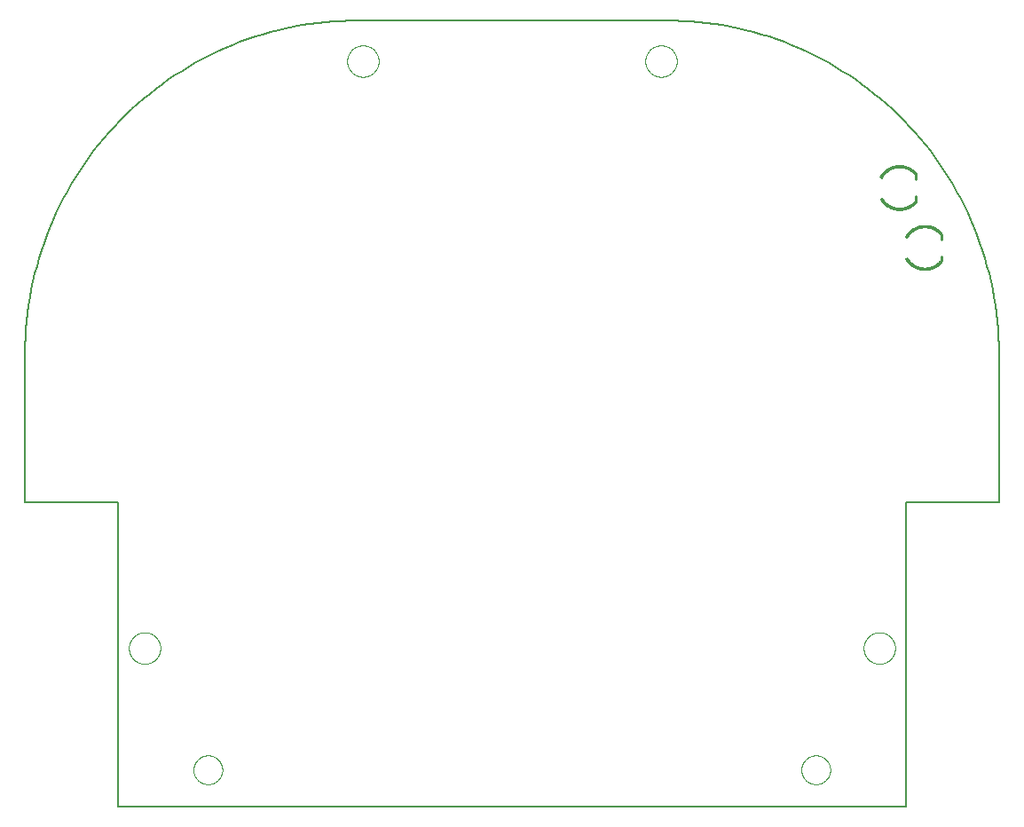
<source format=gbo>
G04 EAGLE Gerber RS-274X export*
G75*
%MOMM*%
%FSLAX34Y34*%
%LPD*%
%INSilk screen SOL*%
%IPPOS*%
%AMOC8*
5,1,8,0,0,1.08239X$1,22.5*%
G01*
%ADD10C,0.152400*%
%ADD11C,0.000000*%
%ADD12C,0.025400*%
%ADD13C,0.254000*%


D10*
X375600Y0D02*
X-375600Y0D01*
X-375600Y290000D01*
X-464500Y290000D01*
X375600Y290000D02*
X375600Y0D01*
X375600Y290000D02*
X464500Y290000D01*
X147000Y750000D02*
X-147000Y750000D01*
X-464500Y432500D02*
X-464500Y290000D01*
X464500Y290000D02*
X464500Y432500D01*
X464407Y440172D01*
X464129Y447839D01*
X463666Y455498D01*
X463018Y463143D01*
X462185Y470770D01*
X461168Y478375D01*
X459968Y485953D01*
X458585Y493500D01*
X457020Y501011D01*
X455274Y508483D01*
X453348Y515910D01*
X451243Y523288D01*
X448960Y530613D01*
X446502Y537881D01*
X443868Y545087D01*
X441060Y552228D01*
X438082Y559298D01*
X434933Y566295D01*
X431616Y573213D01*
X428132Y580050D01*
X424485Y586800D01*
X420675Y593460D01*
X416706Y600026D01*
X412579Y606494D01*
X408297Y612861D01*
X403863Y619122D01*
X399278Y625274D01*
X394547Y631314D01*
X389670Y637237D01*
X384652Y643041D01*
X379495Y648723D01*
X374203Y654277D01*
X368777Y659703D01*
X363223Y664995D01*
X357541Y670152D01*
X351737Y675170D01*
X345814Y680047D01*
X339774Y684778D01*
X333622Y689363D01*
X327361Y693797D01*
X320994Y698079D01*
X314526Y702206D01*
X307960Y706175D01*
X301300Y709985D01*
X294550Y713632D01*
X287713Y717116D01*
X280795Y720433D01*
X273798Y723582D01*
X266728Y726560D01*
X259587Y729368D01*
X252381Y732002D01*
X245113Y734460D01*
X237788Y736743D01*
X230410Y738848D01*
X222983Y740774D01*
X215511Y742520D01*
X208000Y744085D01*
X200453Y745468D01*
X192875Y746668D01*
X185270Y747685D01*
X177643Y748518D01*
X169998Y749166D01*
X162339Y749629D01*
X154672Y749907D01*
X147000Y750000D01*
X-147000Y750000D02*
X-154672Y749907D01*
X-162339Y749629D01*
X-169998Y749166D01*
X-177643Y748518D01*
X-185270Y747685D01*
X-192875Y746668D01*
X-200453Y745468D01*
X-208000Y744085D01*
X-215511Y742520D01*
X-222983Y740774D01*
X-230410Y738848D01*
X-237788Y736743D01*
X-245113Y734460D01*
X-252381Y732002D01*
X-259587Y729368D01*
X-266728Y726560D01*
X-273798Y723582D01*
X-280795Y720433D01*
X-287713Y717116D01*
X-294550Y713632D01*
X-301300Y709985D01*
X-307960Y706175D01*
X-314526Y702206D01*
X-320994Y698079D01*
X-327361Y693797D01*
X-333622Y689363D01*
X-339774Y684778D01*
X-345814Y680047D01*
X-351737Y675170D01*
X-357541Y670152D01*
X-363223Y664995D01*
X-368777Y659703D01*
X-374203Y654277D01*
X-379495Y648723D01*
X-384652Y643041D01*
X-389670Y637237D01*
X-394547Y631314D01*
X-399278Y625274D01*
X-403863Y619122D01*
X-408297Y612861D01*
X-412579Y606494D01*
X-416706Y600026D01*
X-420675Y593460D01*
X-424485Y586800D01*
X-428132Y580050D01*
X-431616Y573213D01*
X-434933Y566295D01*
X-438082Y559298D01*
X-441060Y552228D01*
X-443868Y545087D01*
X-446502Y537881D01*
X-448960Y530613D01*
X-451243Y523288D01*
X-453348Y515910D01*
X-455274Y508483D01*
X-457020Y501011D01*
X-458585Y493500D01*
X-459968Y485953D01*
X-461168Y478375D01*
X-462185Y470770D01*
X-463018Y463143D01*
X-463666Y455498D01*
X-464129Y447839D01*
X-464407Y440172D01*
X-464500Y432500D01*
D11*
X-365520Y151130D02*
X-365515Y151498D01*
X-365502Y151866D01*
X-365479Y152233D01*
X-365448Y152600D01*
X-365407Y152966D01*
X-365358Y153331D01*
X-365299Y153694D01*
X-365232Y154056D01*
X-365156Y154417D01*
X-365070Y154775D01*
X-364977Y155131D01*
X-364874Y155484D01*
X-364763Y155835D01*
X-364643Y156183D01*
X-364515Y156528D01*
X-364378Y156870D01*
X-364233Y157209D01*
X-364080Y157543D01*
X-363918Y157874D01*
X-363749Y158201D01*
X-363571Y158523D01*
X-363386Y158842D01*
X-363193Y159155D01*
X-362992Y159464D01*
X-362784Y159767D01*
X-362568Y160065D01*
X-362345Y160358D01*
X-362115Y160646D01*
X-361878Y160928D01*
X-361634Y161203D01*
X-361384Y161473D01*
X-361127Y161737D01*
X-360863Y161994D01*
X-360593Y162244D01*
X-360318Y162488D01*
X-360036Y162725D01*
X-359748Y162955D01*
X-359455Y163178D01*
X-359157Y163394D01*
X-358854Y163602D01*
X-358545Y163803D01*
X-358232Y163996D01*
X-357913Y164181D01*
X-357591Y164359D01*
X-357264Y164528D01*
X-356933Y164690D01*
X-356599Y164843D01*
X-356260Y164988D01*
X-355918Y165125D01*
X-355573Y165253D01*
X-355225Y165373D01*
X-354874Y165484D01*
X-354521Y165587D01*
X-354165Y165680D01*
X-353807Y165766D01*
X-353446Y165842D01*
X-353084Y165909D01*
X-352721Y165968D01*
X-352356Y166017D01*
X-351990Y166058D01*
X-351623Y166089D01*
X-351256Y166112D01*
X-350888Y166125D01*
X-350520Y166130D01*
X-350152Y166125D01*
X-349784Y166112D01*
X-349417Y166089D01*
X-349050Y166058D01*
X-348684Y166017D01*
X-348319Y165968D01*
X-347956Y165909D01*
X-347594Y165842D01*
X-347233Y165766D01*
X-346875Y165680D01*
X-346519Y165587D01*
X-346166Y165484D01*
X-345815Y165373D01*
X-345467Y165253D01*
X-345122Y165125D01*
X-344780Y164988D01*
X-344441Y164843D01*
X-344107Y164690D01*
X-343776Y164528D01*
X-343449Y164359D01*
X-343127Y164181D01*
X-342808Y163996D01*
X-342495Y163803D01*
X-342186Y163602D01*
X-341883Y163394D01*
X-341585Y163178D01*
X-341292Y162955D01*
X-341004Y162725D01*
X-340722Y162488D01*
X-340447Y162244D01*
X-340177Y161994D01*
X-339913Y161737D01*
X-339656Y161473D01*
X-339406Y161203D01*
X-339162Y160928D01*
X-338925Y160646D01*
X-338695Y160358D01*
X-338472Y160065D01*
X-338256Y159767D01*
X-338048Y159464D01*
X-337847Y159155D01*
X-337654Y158842D01*
X-337469Y158523D01*
X-337291Y158201D01*
X-337122Y157874D01*
X-336960Y157543D01*
X-336807Y157209D01*
X-336662Y156870D01*
X-336525Y156528D01*
X-336397Y156183D01*
X-336277Y155835D01*
X-336166Y155484D01*
X-336063Y155131D01*
X-335970Y154775D01*
X-335884Y154417D01*
X-335808Y154056D01*
X-335741Y153694D01*
X-335682Y153331D01*
X-335633Y152966D01*
X-335592Y152600D01*
X-335561Y152233D01*
X-335538Y151866D01*
X-335525Y151498D01*
X-335520Y151130D01*
X-335525Y150762D01*
X-335538Y150394D01*
X-335561Y150027D01*
X-335592Y149660D01*
X-335633Y149294D01*
X-335682Y148929D01*
X-335741Y148566D01*
X-335808Y148204D01*
X-335884Y147843D01*
X-335970Y147485D01*
X-336063Y147129D01*
X-336166Y146776D01*
X-336277Y146425D01*
X-336397Y146077D01*
X-336525Y145732D01*
X-336662Y145390D01*
X-336807Y145051D01*
X-336960Y144717D01*
X-337122Y144386D01*
X-337291Y144059D01*
X-337469Y143737D01*
X-337654Y143418D01*
X-337847Y143105D01*
X-338048Y142796D01*
X-338256Y142493D01*
X-338472Y142195D01*
X-338695Y141902D01*
X-338925Y141614D01*
X-339162Y141332D01*
X-339406Y141057D01*
X-339656Y140787D01*
X-339913Y140523D01*
X-340177Y140266D01*
X-340447Y140016D01*
X-340722Y139772D01*
X-341004Y139535D01*
X-341292Y139305D01*
X-341585Y139082D01*
X-341883Y138866D01*
X-342186Y138658D01*
X-342495Y138457D01*
X-342808Y138264D01*
X-343127Y138079D01*
X-343449Y137901D01*
X-343776Y137732D01*
X-344107Y137570D01*
X-344441Y137417D01*
X-344780Y137272D01*
X-345122Y137135D01*
X-345467Y137007D01*
X-345815Y136887D01*
X-346166Y136776D01*
X-346519Y136673D01*
X-346875Y136580D01*
X-347233Y136494D01*
X-347594Y136418D01*
X-347956Y136351D01*
X-348319Y136292D01*
X-348684Y136243D01*
X-349050Y136202D01*
X-349417Y136171D01*
X-349784Y136148D01*
X-350152Y136135D01*
X-350520Y136130D01*
X-350888Y136135D01*
X-351256Y136148D01*
X-351623Y136171D01*
X-351990Y136202D01*
X-352356Y136243D01*
X-352721Y136292D01*
X-353084Y136351D01*
X-353446Y136418D01*
X-353807Y136494D01*
X-354165Y136580D01*
X-354521Y136673D01*
X-354874Y136776D01*
X-355225Y136887D01*
X-355573Y137007D01*
X-355918Y137135D01*
X-356260Y137272D01*
X-356599Y137417D01*
X-356933Y137570D01*
X-357264Y137732D01*
X-357591Y137901D01*
X-357913Y138079D01*
X-358232Y138264D01*
X-358545Y138457D01*
X-358854Y138658D01*
X-359157Y138866D01*
X-359455Y139082D01*
X-359748Y139305D01*
X-360036Y139535D01*
X-360318Y139772D01*
X-360593Y140016D01*
X-360863Y140266D01*
X-361127Y140523D01*
X-361384Y140787D01*
X-361634Y141057D01*
X-361878Y141332D01*
X-362115Y141614D01*
X-362345Y141902D01*
X-362568Y142195D01*
X-362784Y142493D01*
X-362992Y142796D01*
X-363193Y143105D01*
X-363386Y143418D01*
X-363571Y143737D01*
X-363749Y144059D01*
X-363918Y144386D01*
X-364080Y144717D01*
X-364233Y145051D01*
X-364378Y145390D01*
X-364515Y145732D01*
X-364643Y146077D01*
X-364763Y146425D01*
X-364874Y146776D01*
X-364977Y147129D01*
X-365070Y147485D01*
X-365156Y147843D01*
X-365232Y148204D01*
X-365299Y148566D01*
X-365358Y148929D01*
X-365407Y149294D01*
X-365448Y149660D01*
X-365479Y150027D01*
X-365502Y150394D01*
X-365515Y150762D01*
X-365520Y151130D01*
X335520Y151130D02*
X335525Y151498D01*
X335538Y151866D01*
X335561Y152233D01*
X335592Y152600D01*
X335633Y152966D01*
X335682Y153331D01*
X335741Y153694D01*
X335808Y154056D01*
X335884Y154417D01*
X335970Y154775D01*
X336063Y155131D01*
X336166Y155484D01*
X336277Y155835D01*
X336397Y156183D01*
X336525Y156528D01*
X336662Y156870D01*
X336807Y157209D01*
X336960Y157543D01*
X337122Y157874D01*
X337291Y158201D01*
X337469Y158523D01*
X337654Y158842D01*
X337847Y159155D01*
X338048Y159464D01*
X338256Y159767D01*
X338472Y160065D01*
X338695Y160358D01*
X338925Y160646D01*
X339162Y160928D01*
X339406Y161203D01*
X339656Y161473D01*
X339913Y161737D01*
X340177Y161994D01*
X340447Y162244D01*
X340722Y162488D01*
X341004Y162725D01*
X341292Y162955D01*
X341585Y163178D01*
X341883Y163394D01*
X342186Y163602D01*
X342495Y163803D01*
X342808Y163996D01*
X343127Y164181D01*
X343449Y164359D01*
X343776Y164528D01*
X344107Y164690D01*
X344441Y164843D01*
X344780Y164988D01*
X345122Y165125D01*
X345467Y165253D01*
X345815Y165373D01*
X346166Y165484D01*
X346519Y165587D01*
X346875Y165680D01*
X347233Y165766D01*
X347594Y165842D01*
X347956Y165909D01*
X348319Y165968D01*
X348684Y166017D01*
X349050Y166058D01*
X349417Y166089D01*
X349784Y166112D01*
X350152Y166125D01*
X350520Y166130D01*
X350888Y166125D01*
X351256Y166112D01*
X351623Y166089D01*
X351990Y166058D01*
X352356Y166017D01*
X352721Y165968D01*
X353084Y165909D01*
X353446Y165842D01*
X353807Y165766D01*
X354165Y165680D01*
X354521Y165587D01*
X354874Y165484D01*
X355225Y165373D01*
X355573Y165253D01*
X355918Y165125D01*
X356260Y164988D01*
X356599Y164843D01*
X356933Y164690D01*
X357264Y164528D01*
X357591Y164359D01*
X357913Y164181D01*
X358232Y163996D01*
X358545Y163803D01*
X358854Y163602D01*
X359157Y163394D01*
X359455Y163178D01*
X359748Y162955D01*
X360036Y162725D01*
X360318Y162488D01*
X360593Y162244D01*
X360863Y161994D01*
X361127Y161737D01*
X361384Y161473D01*
X361634Y161203D01*
X361878Y160928D01*
X362115Y160646D01*
X362345Y160358D01*
X362568Y160065D01*
X362784Y159767D01*
X362992Y159464D01*
X363193Y159155D01*
X363386Y158842D01*
X363571Y158523D01*
X363749Y158201D01*
X363918Y157874D01*
X364080Y157543D01*
X364233Y157209D01*
X364378Y156870D01*
X364515Y156528D01*
X364643Y156183D01*
X364763Y155835D01*
X364874Y155484D01*
X364977Y155131D01*
X365070Y154775D01*
X365156Y154417D01*
X365232Y154056D01*
X365299Y153694D01*
X365358Y153331D01*
X365407Y152966D01*
X365448Y152600D01*
X365479Y152233D01*
X365502Y151866D01*
X365515Y151498D01*
X365520Y151130D01*
X365515Y150762D01*
X365502Y150394D01*
X365479Y150027D01*
X365448Y149660D01*
X365407Y149294D01*
X365358Y148929D01*
X365299Y148566D01*
X365232Y148204D01*
X365156Y147843D01*
X365070Y147485D01*
X364977Y147129D01*
X364874Y146776D01*
X364763Y146425D01*
X364643Y146077D01*
X364515Y145732D01*
X364378Y145390D01*
X364233Y145051D01*
X364080Y144717D01*
X363918Y144386D01*
X363749Y144059D01*
X363571Y143737D01*
X363386Y143418D01*
X363193Y143105D01*
X362992Y142796D01*
X362784Y142493D01*
X362568Y142195D01*
X362345Y141902D01*
X362115Y141614D01*
X361878Y141332D01*
X361634Y141057D01*
X361384Y140787D01*
X361127Y140523D01*
X360863Y140266D01*
X360593Y140016D01*
X360318Y139772D01*
X360036Y139535D01*
X359748Y139305D01*
X359455Y139082D01*
X359157Y138866D01*
X358854Y138658D01*
X358545Y138457D01*
X358232Y138264D01*
X357913Y138079D01*
X357591Y137901D01*
X357264Y137732D01*
X356933Y137570D01*
X356599Y137417D01*
X356260Y137272D01*
X355918Y137135D01*
X355573Y137007D01*
X355225Y136887D01*
X354874Y136776D01*
X354521Y136673D01*
X354165Y136580D01*
X353807Y136494D01*
X353446Y136418D01*
X353084Y136351D01*
X352721Y136292D01*
X352356Y136243D01*
X351990Y136202D01*
X351623Y136171D01*
X351256Y136148D01*
X350888Y136135D01*
X350520Y136130D01*
X350152Y136135D01*
X349784Y136148D01*
X349417Y136171D01*
X349050Y136202D01*
X348684Y136243D01*
X348319Y136292D01*
X347956Y136351D01*
X347594Y136418D01*
X347233Y136494D01*
X346875Y136580D01*
X346519Y136673D01*
X346166Y136776D01*
X345815Y136887D01*
X345467Y137007D01*
X345122Y137135D01*
X344780Y137272D01*
X344441Y137417D01*
X344107Y137570D01*
X343776Y137732D01*
X343449Y137901D01*
X343127Y138079D01*
X342808Y138264D01*
X342495Y138457D01*
X342186Y138658D01*
X341883Y138866D01*
X341585Y139082D01*
X341292Y139305D01*
X341004Y139535D01*
X340722Y139772D01*
X340447Y140016D01*
X340177Y140266D01*
X339913Y140523D01*
X339656Y140787D01*
X339406Y141057D01*
X339162Y141332D01*
X338925Y141614D01*
X338695Y141902D01*
X338472Y142195D01*
X338256Y142493D01*
X338048Y142796D01*
X337847Y143105D01*
X337654Y143418D01*
X337469Y143737D01*
X337291Y144059D01*
X337122Y144386D01*
X336960Y144717D01*
X336807Y145051D01*
X336662Y145390D01*
X336525Y145732D01*
X336397Y146077D01*
X336277Y146425D01*
X336166Y146776D01*
X336063Y147129D01*
X335970Y147485D01*
X335884Y147843D01*
X335808Y148204D01*
X335741Y148566D01*
X335682Y148929D01*
X335633Y149294D01*
X335592Y149660D01*
X335561Y150027D01*
X335538Y150394D01*
X335525Y150762D01*
X335520Y151130D01*
X-157240Y711200D02*
X-157235Y711568D01*
X-157222Y711936D01*
X-157199Y712303D01*
X-157168Y712670D01*
X-157127Y713036D01*
X-157078Y713401D01*
X-157019Y713764D01*
X-156952Y714126D01*
X-156876Y714487D01*
X-156790Y714845D01*
X-156697Y715201D01*
X-156594Y715554D01*
X-156483Y715905D01*
X-156363Y716253D01*
X-156235Y716598D01*
X-156098Y716940D01*
X-155953Y717279D01*
X-155800Y717613D01*
X-155638Y717944D01*
X-155469Y718271D01*
X-155291Y718593D01*
X-155106Y718912D01*
X-154913Y719225D01*
X-154712Y719534D01*
X-154504Y719837D01*
X-154288Y720135D01*
X-154065Y720428D01*
X-153835Y720716D01*
X-153598Y720998D01*
X-153354Y721273D01*
X-153104Y721543D01*
X-152847Y721807D01*
X-152583Y722064D01*
X-152313Y722314D01*
X-152038Y722558D01*
X-151756Y722795D01*
X-151468Y723025D01*
X-151175Y723248D01*
X-150877Y723464D01*
X-150574Y723672D01*
X-150265Y723873D01*
X-149952Y724066D01*
X-149633Y724251D01*
X-149311Y724429D01*
X-148984Y724598D01*
X-148653Y724760D01*
X-148319Y724913D01*
X-147980Y725058D01*
X-147638Y725195D01*
X-147293Y725323D01*
X-146945Y725443D01*
X-146594Y725554D01*
X-146241Y725657D01*
X-145885Y725750D01*
X-145527Y725836D01*
X-145166Y725912D01*
X-144804Y725979D01*
X-144441Y726038D01*
X-144076Y726087D01*
X-143710Y726128D01*
X-143343Y726159D01*
X-142976Y726182D01*
X-142608Y726195D01*
X-142240Y726200D01*
X-141872Y726195D01*
X-141504Y726182D01*
X-141137Y726159D01*
X-140770Y726128D01*
X-140404Y726087D01*
X-140039Y726038D01*
X-139676Y725979D01*
X-139314Y725912D01*
X-138953Y725836D01*
X-138595Y725750D01*
X-138239Y725657D01*
X-137886Y725554D01*
X-137535Y725443D01*
X-137187Y725323D01*
X-136842Y725195D01*
X-136500Y725058D01*
X-136161Y724913D01*
X-135827Y724760D01*
X-135496Y724598D01*
X-135169Y724429D01*
X-134847Y724251D01*
X-134528Y724066D01*
X-134215Y723873D01*
X-133906Y723672D01*
X-133603Y723464D01*
X-133305Y723248D01*
X-133012Y723025D01*
X-132724Y722795D01*
X-132442Y722558D01*
X-132167Y722314D01*
X-131897Y722064D01*
X-131633Y721807D01*
X-131376Y721543D01*
X-131126Y721273D01*
X-130882Y720998D01*
X-130645Y720716D01*
X-130415Y720428D01*
X-130192Y720135D01*
X-129976Y719837D01*
X-129768Y719534D01*
X-129567Y719225D01*
X-129374Y718912D01*
X-129189Y718593D01*
X-129011Y718271D01*
X-128842Y717944D01*
X-128680Y717613D01*
X-128527Y717279D01*
X-128382Y716940D01*
X-128245Y716598D01*
X-128117Y716253D01*
X-127997Y715905D01*
X-127886Y715554D01*
X-127783Y715201D01*
X-127690Y714845D01*
X-127604Y714487D01*
X-127528Y714126D01*
X-127461Y713764D01*
X-127402Y713401D01*
X-127353Y713036D01*
X-127312Y712670D01*
X-127281Y712303D01*
X-127258Y711936D01*
X-127245Y711568D01*
X-127240Y711200D01*
X-127245Y710832D01*
X-127258Y710464D01*
X-127281Y710097D01*
X-127312Y709730D01*
X-127353Y709364D01*
X-127402Y708999D01*
X-127461Y708636D01*
X-127528Y708274D01*
X-127604Y707913D01*
X-127690Y707555D01*
X-127783Y707199D01*
X-127886Y706846D01*
X-127997Y706495D01*
X-128117Y706147D01*
X-128245Y705802D01*
X-128382Y705460D01*
X-128527Y705121D01*
X-128680Y704787D01*
X-128842Y704456D01*
X-129011Y704129D01*
X-129189Y703807D01*
X-129374Y703488D01*
X-129567Y703175D01*
X-129768Y702866D01*
X-129976Y702563D01*
X-130192Y702265D01*
X-130415Y701972D01*
X-130645Y701684D01*
X-130882Y701402D01*
X-131126Y701127D01*
X-131376Y700857D01*
X-131633Y700593D01*
X-131897Y700336D01*
X-132167Y700086D01*
X-132442Y699842D01*
X-132724Y699605D01*
X-133012Y699375D01*
X-133305Y699152D01*
X-133603Y698936D01*
X-133906Y698728D01*
X-134215Y698527D01*
X-134528Y698334D01*
X-134847Y698149D01*
X-135169Y697971D01*
X-135496Y697802D01*
X-135827Y697640D01*
X-136161Y697487D01*
X-136500Y697342D01*
X-136842Y697205D01*
X-137187Y697077D01*
X-137535Y696957D01*
X-137886Y696846D01*
X-138239Y696743D01*
X-138595Y696650D01*
X-138953Y696564D01*
X-139314Y696488D01*
X-139676Y696421D01*
X-140039Y696362D01*
X-140404Y696313D01*
X-140770Y696272D01*
X-141137Y696241D01*
X-141504Y696218D01*
X-141872Y696205D01*
X-142240Y696200D01*
X-142608Y696205D01*
X-142976Y696218D01*
X-143343Y696241D01*
X-143710Y696272D01*
X-144076Y696313D01*
X-144441Y696362D01*
X-144804Y696421D01*
X-145166Y696488D01*
X-145527Y696564D01*
X-145885Y696650D01*
X-146241Y696743D01*
X-146594Y696846D01*
X-146945Y696957D01*
X-147293Y697077D01*
X-147638Y697205D01*
X-147980Y697342D01*
X-148319Y697487D01*
X-148653Y697640D01*
X-148984Y697802D01*
X-149311Y697971D01*
X-149633Y698149D01*
X-149952Y698334D01*
X-150265Y698527D01*
X-150574Y698728D01*
X-150877Y698936D01*
X-151175Y699152D01*
X-151468Y699375D01*
X-151756Y699605D01*
X-152038Y699842D01*
X-152313Y700086D01*
X-152583Y700336D01*
X-152847Y700593D01*
X-153104Y700857D01*
X-153354Y701127D01*
X-153598Y701402D01*
X-153835Y701684D01*
X-154065Y701972D01*
X-154288Y702265D01*
X-154504Y702563D01*
X-154712Y702866D01*
X-154913Y703175D01*
X-155106Y703488D01*
X-155291Y703807D01*
X-155469Y704129D01*
X-155638Y704456D01*
X-155800Y704787D01*
X-155953Y705121D01*
X-156098Y705460D01*
X-156235Y705802D01*
X-156363Y706147D01*
X-156483Y706495D01*
X-156594Y706846D01*
X-156697Y707199D01*
X-156790Y707555D01*
X-156876Y707913D01*
X-156952Y708274D01*
X-157019Y708636D01*
X-157078Y708999D01*
X-157127Y709364D01*
X-157168Y709730D01*
X-157199Y710097D01*
X-157222Y710464D01*
X-157235Y710832D01*
X-157240Y711200D01*
X127240Y711200D02*
X127245Y711568D01*
X127258Y711936D01*
X127281Y712303D01*
X127312Y712670D01*
X127353Y713036D01*
X127402Y713401D01*
X127461Y713764D01*
X127528Y714126D01*
X127604Y714487D01*
X127690Y714845D01*
X127783Y715201D01*
X127886Y715554D01*
X127997Y715905D01*
X128117Y716253D01*
X128245Y716598D01*
X128382Y716940D01*
X128527Y717279D01*
X128680Y717613D01*
X128842Y717944D01*
X129011Y718271D01*
X129189Y718593D01*
X129374Y718912D01*
X129567Y719225D01*
X129768Y719534D01*
X129976Y719837D01*
X130192Y720135D01*
X130415Y720428D01*
X130645Y720716D01*
X130882Y720998D01*
X131126Y721273D01*
X131376Y721543D01*
X131633Y721807D01*
X131897Y722064D01*
X132167Y722314D01*
X132442Y722558D01*
X132724Y722795D01*
X133012Y723025D01*
X133305Y723248D01*
X133603Y723464D01*
X133906Y723672D01*
X134215Y723873D01*
X134528Y724066D01*
X134847Y724251D01*
X135169Y724429D01*
X135496Y724598D01*
X135827Y724760D01*
X136161Y724913D01*
X136500Y725058D01*
X136842Y725195D01*
X137187Y725323D01*
X137535Y725443D01*
X137886Y725554D01*
X138239Y725657D01*
X138595Y725750D01*
X138953Y725836D01*
X139314Y725912D01*
X139676Y725979D01*
X140039Y726038D01*
X140404Y726087D01*
X140770Y726128D01*
X141137Y726159D01*
X141504Y726182D01*
X141872Y726195D01*
X142240Y726200D01*
X142608Y726195D01*
X142976Y726182D01*
X143343Y726159D01*
X143710Y726128D01*
X144076Y726087D01*
X144441Y726038D01*
X144804Y725979D01*
X145166Y725912D01*
X145527Y725836D01*
X145885Y725750D01*
X146241Y725657D01*
X146594Y725554D01*
X146945Y725443D01*
X147293Y725323D01*
X147638Y725195D01*
X147980Y725058D01*
X148319Y724913D01*
X148653Y724760D01*
X148984Y724598D01*
X149311Y724429D01*
X149633Y724251D01*
X149952Y724066D01*
X150265Y723873D01*
X150574Y723672D01*
X150877Y723464D01*
X151175Y723248D01*
X151468Y723025D01*
X151756Y722795D01*
X152038Y722558D01*
X152313Y722314D01*
X152583Y722064D01*
X152847Y721807D01*
X153104Y721543D01*
X153354Y721273D01*
X153598Y720998D01*
X153835Y720716D01*
X154065Y720428D01*
X154288Y720135D01*
X154504Y719837D01*
X154712Y719534D01*
X154913Y719225D01*
X155106Y718912D01*
X155291Y718593D01*
X155469Y718271D01*
X155638Y717944D01*
X155800Y717613D01*
X155953Y717279D01*
X156098Y716940D01*
X156235Y716598D01*
X156363Y716253D01*
X156483Y715905D01*
X156594Y715554D01*
X156697Y715201D01*
X156790Y714845D01*
X156876Y714487D01*
X156952Y714126D01*
X157019Y713764D01*
X157078Y713401D01*
X157127Y713036D01*
X157168Y712670D01*
X157199Y712303D01*
X157222Y711936D01*
X157235Y711568D01*
X157240Y711200D01*
X157235Y710832D01*
X157222Y710464D01*
X157199Y710097D01*
X157168Y709730D01*
X157127Y709364D01*
X157078Y708999D01*
X157019Y708636D01*
X156952Y708274D01*
X156876Y707913D01*
X156790Y707555D01*
X156697Y707199D01*
X156594Y706846D01*
X156483Y706495D01*
X156363Y706147D01*
X156235Y705802D01*
X156098Y705460D01*
X155953Y705121D01*
X155800Y704787D01*
X155638Y704456D01*
X155469Y704129D01*
X155291Y703807D01*
X155106Y703488D01*
X154913Y703175D01*
X154712Y702866D01*
X154504Y702563D01*
X154288Y702265D01*
X154065Y701972D01*
X153835Y701684D01*
X153598Y701402D01*
X153354Y701127D01*
X153104Y700857D01*
X152847Y700593D01*
X152583Y700336D01*
X152313Y700086D01*
X152038Y699842D01*
X151756Y699605D01*
X151468Y699375D01*
X151175Y699152D01*
X150877Y698936D01*
X150574Y698728D01*
X150265Y698527D01*
X149952Y698334D01*
X149633Y698149D01*
X149311Y697971D01*
X148984Y697802D01*
X148653Y697640D01*
X148319Y697487D01*
X147980Y697342D01*
X147638Y697205D01*
X147293Y697077D01*
X146945Y696957D01*
X146594Y696846D01*
X146241Y696743D01*
X145885Y696650D01*
X145527Y696564D01*
X145166Y696488D01*
X144804Y696421D01*
X144441Y696362D01*
X144076Y696313D01*
X143710Y696272D01*
X143343Y696241D01*
X142976Y696218D01*
X142608Y696205D01*
X142240Y696200D01*
X141872Y696205D01*
X141504Y696218D01*
X141137Y696241D01*
X140770Y696272D01*
X140404Y696313D01*
X140039Y696362D01*
X139676Y696421D01*
X139314Y696488D01*
X138953Y696564D01*
X138595Y696650D01*
X138239Y696743D01*
X137886Y696846D01*
X137535Y696957D01*
X137187Y697077D01*
X136842Y697205D01*
X136500Y697342D01*
X136161Y697487D01*
X135827Y697640D01*
X135496Y697802D01*
X135169Y697971D01*
X134847Y698149D01*
X134528Y698334D01*
X134215Y698527D01*
X133906Y698728D01*
X133603Y698936D01*
X133305Y699152D01*
X133012Y699375D01*
X132724Y699605D01*
X132442Y699842D01*
X132167Y700086D01*
X131897Y700336D01*
X131633Y700593D01*
X131376Y700857D01*
X131126Y701127D01*
X130882Y701402D01*
X130645Y701684D01*
X130415Y701972D01*
X130192Y702265D01*
X129976Y702563D01*
X129768Y702866D01*
X129567Y703175D01*
X129374Y703488D01*
X129189Y703807D01*
X129011Y704129D01*
X128842Y704456D01*
X128680Y704787D01*
X128527Y705121D01*
X128382Y705460D01*
X128245Y705802D01*
X128117Y706147D01*
X127997Y706495D01*
X127886Y706846D01*
X127783Y707199D01*
X127690Y707555D01*
X127604Y707913D01*
X127528Y708274D01*
X127461Y708636D01*
X127402Y708999D01*
X127353Y709364D01*
X127312Y709730D01*
X127281Y710097D01*
X127258Y710464D01*
X127245Y710832D01*
X127240Y711200D01*
X-303870Y35000D02*
X-303866Y35337D01*
X-303853Y35675D01*
X-303833Y36012D01*
X-303804Y36348D01*
X-303767Y36683D01*
X-303721Y37018D01*
X-303668Y37351D01*
X-303606Y37682D01*
X-303536Y38013D01*
X-303458Y38341D01*
X-303372Y38667D01*
X-303278Y38991D01*
X-303176Y39313D01*
X-303066Y39632D01*
X-302949Y39949D01*
X-302823Y40262D01*
X-302690Y40572D01*
X-302550Y40879D01*
X-302402Y41182D01*
X-302246Y41482D01*
X-302084Y41777D01*
X-301914Y42069D01*
X-301737Y42356D01*
X-301553Y42639D01*
X-301362Y42917D01*
X-301164Y43191D01*
X-300960Y43459D01*
X-300749Y43723D01*
X-300532Y43981D01*
X-300308Y44234D01*
X-300078Y44481D01*
X-299843Y44723D01*
X-299601Y44958D01*
X-299354Y45188D01*
X-299101Y45412D01*
X-298843Y45629D01*
X-298579Y45840D01*
X-298311Y46044D01*
X-298037Y46242D01*
X-297759Y46433D01*
X-297476Y46617D01*
X-297189Y46794D01*
X-296897Y46964D01*
X-296602Y47126D01*
X-296302Y47282D01*
X-295999Y47430D01*
X-295692Y47570D01*
X-295382Y47703D01*
X-295069Y47829D01*
X-294752Y47946D01*
X-294433Y48056D01*
X-294111Y48158D01*
X-293787Y48252D01*
X-293461Y48338D01*
X-293133Y48416D01*
X-292802Y48486D01*
X-292471Y48548D01*
X-292138Y48601D01*
X-291803Y48647D01*
X-291468Y48684D01*
X-291132Y48713D01*
X-290795Y48733D01*
X-290457Y48746D01*
X-290120Y48750D01*
X-289783Y48746D01*
X-289445Y48733D01*
X-289108Y48713D01*
X-288772Y48684D01*
X-288437Y48647D01*
X-288102Y48601D01*
X-287769Y48548D01*
X-287438Y48486D01*
X-287107Y48416D01*
X-286779Y48338D01*
X-286453Y48252D01*
X-286129Y48158D01*
X-285807Y48056D01*
X-285488Y47946D01*
X-285171Y47829D01*
X-284858Y47703D01*
X-284548Y47570D01*
X-284241Y47430D01*
X-283938Y47282D01*
X-283638Y47126D01*
X-283343Y46964D01*
X-283051Y46794D01*
X-282764Y46617D01*
X-282481Y46433D01*
X-282203Y46242D01*
X-281929Y46044D01*
X-281661Y45840D01*
X-281397Y45629D01*
X-281139Y45412D01*
X-280886Y45188D01*
X-280639Y44958D01*
X-280397Y44723D01*
X-280162Y44481D01*
X-279932Y44234D01*
X-279708Y43981D01*
X-279491Y43723D01*
X-279280Y43459D01*
X-279076Y43191D01*
X-278878Y42917D01*
X-278687Y42639D01*
X-278503Y42356D01*
X-278326Y42069D01*
X-278156Y41777D01*
X-277994Y41482D01*
X-277838Y41182D01*
X-277690Y40879D01*
X-277550Y40572D01*
X-277417Y40262D01*
X-277291Y39949D01*
X-277174Y39632D01*
X-277064Y39313D01*
X-276962Y38991D01*
X-276868Y38667D01*
X-276782Y38341D01*
X-276704Y38013D01*
X-276634Y37682D01*
X-276572Y37351D01*
X-276519Y37018D01*
X-276473Y36683D01*
X-276436Y36348D01*
X-276407Y36012D01*
X-276387Y35675D01*
X-276374Y35337D01*
X-276370Y35000D01*
X-276374Y34663D01*
X-276387Y34325D01*
X-276407Y33988D01*
X-276436Y33652D01*
X-276473Y33317D01*
X-276519Y32982D01*
X-276572Y32649D01*
X-276634Y32318D01*
X-276704Y31987D01*
X-276782Y31659D01*
X-276868Y31333D01*
X-276962Y31009D01*
X-277064Y30687D01*
X-277174Y30368D01*
X-277291Y30051D01*
X-277417Y29738D01*
X-277550Y29428D01*
X-277690Y29121D01*
X-277838Y28818D01*
X-277994Y28518D01*
X-278156Y28223D01*
X-278326Y27931D01*
X-278503Y27644D01*
X-278687Y27361D01*
X-278878Y27083D01*
X-279076Y26809D01*
X-279280Y26541D01*
X-279491Y26277D01*
X-279708Y26019D01*
X-279932Y25766D01*
X-280162Y25519D01*
X-280397Y25277D01*
X-280639Y25042D01*
X-280886Y24812D01*
X-281139Y24588D01*
X-281397Y24371D01*
X-281661Y24160D01*
X-281929Y23956D01*
X-282203Y23758D01*
X-282481Y23567D01*
X-282764Y23383D01*
X-283051Y23206D01*
X-283343Y23036D01*
X-283638Y22874D01*
X-283938Y22718D01*
X-284241Y22570D01*
X-284548Y22430D01*
X-284858Y22297D01*
X-285171Y22171D01*
X-285488Y22054D01*
X-285807Y21944D01*
X-286129Y21842D01*
X-286453Y21748D01*
X-286779Y21662D01*
X-287107Y21584D01*
X-287438Y21514D01*
X-287769Y21452D01*
X-288102Y21399D01*
X-288437Y21353D01*
X-288772Y21316D01*
X-289108Y21287D01*
X-289445Y21267D01*
X-289783Y21254D01*
X-290120Y21250D01*
X-290457Y21254D01*
X-290795Y21267D01*
X-291132Y21287D01*
X-291468Y21316D01*
X-291803Y21353D01*
X-292138Y21399D01*
X-292471Y21452D01*
X-292802Y21514D01*
X-293133Y21584D01*
X-293461Y21662D01*
X-293787Y21748D01*
X-294111Y21842D01*
X-294433Y21944D01*
X-294752Y22054D01*
X-295069Y22171D01*
X-295382Y22297D01*
X-295692Y22430D01*
X-295999Y22570D01*
X-296302Y22718D01*
X-296602Y22874D01*
X-296897Y23036D01*
X-297189Y23206D01*
X-297476Y23383D01*
X-297759Y23567D01*
X-298037Y23758D01*
X-298311Y23956D01*
X-298579Y24160D01*
X-298843Y24371D01*
X-299101Y24588D01*
X-299354Y24812D01*
X-299601Y25042D01*
X-299843Y25277D01*
X-300078Y25519D01*
X-300308Y25766D01*
X-300532Y26019D01*
X-300749Y26277D01*
X-300960Y26541D01*
X-301164Y26809D01*
X-301362Y27083D01*
X-301553Y27361D01*
X-301737Y27644D01*
X-301914Y27931D01*
X-302084Y28223D01*
X-302246Y28518D01*
X-302402Y28818D01*
X-302550Y29121D01*
X-302690Y29428D01*
X-302823Y29738D01*
X-302949Y30051D01*
X-303066Y30368D01*
X-303176Y30687D01*
X-303278Y31009D01*
X-303372Y31333D01*
X-303458Y31659D01*
X-303536Y31987D01*
X-303606Y32318D01*
X-303668Y32649D01*
X-303721Y32982D01*
X-303767Y33317D01*
X-303804Y33652D01*
X-303833Y33988D01*
X-303853Y34325D01*
X-303866Y34663D01*
X-303870Y35000D01*
X276130Y35000D02*
X276134Y35337D01*
X276147Y35675D01*
X276167Y36012D01*
X276196Y36348D01*
X276233Y36683D01*
X276279Y37018D01*
X276332Y37351D01*
X276394Y37682D01*
X276464Y38013D01*
X276542Y38341D01*
X276628Y38667D01*
X276722Y38991D01*
X276824Y39313D01*
X276934Y39632D01*
X277051Y39949D01*
X277177Y40262D01*
X277310Y40572D01*
X277450Y40879D01*
X277598Y41182D01*
X277754Y41482D01*
X277916Y41777D01*
X278086Y42069D01*
X278263Y42356D01*
X278447Y42639D01*
X278638Y42917D01*
X278836Y43191D01*
X279040Y43459D01*
X279251Y43723D01*
X279468Y43981D01*
X279692Y44234D01*
X279922Y44481D01*
X280157Y44723D01*
X280399Y44958D01*
X280646Y45188D01*
X280899Y45412D01*
X281157Y45629D01*
X281421Y45840D01*
X281689Y46044D01*
X281963Y46242D01*
X282241Y46433D01*
X282524Y46617D01*
X282811Y46794D01*
X283103Y46964D01*
X283398Y47126D01*
X283698Y47282D01*
X284001Y47430D01*
X284308Y47570D01*
X284618Y47703D01*
X284931Y47829D01*
X285248Y47946D01*
X285567Y48056D01*
X285889Y48158D01*
X286213Y48252D01*
X286539Y48338D01*
X286867Y48416D01*
X287198Y48486D01*
X287529Y48548D01*
X287862Y48601D01*
X288197Y48647D01*
X288532Y48684D01*
X288868Y48713D01*
X289205Y48733D01*
X289543Y48746D01*
X289880Y48750D01*
X290217Y48746D01*
X290555Y48733D01*
X290892Y48713D01*
X291228Y48684D01*
X291563Y48647D01*
X291898Y48601D01*
X292231Y48548D01*
X292562Y48486D01*
X292893Y48416D01*
X293221Y48338D01*
X293547Y48252D01*
X293871Y48158D01*
X294193Y48056D01*
X294512Y47946D01*
X294829Y47829D01*
X295142Y47703D01*
X295452Y47570D01*
X295759Y47430D01*
X296062Y47282D01*
X296362Y47126D01*
X296657Y46964D01*
X296949Y46794D01*
X297236Y46617D01*
X297519Y46433D01*
X297797Y46242D01*
X298071Y46044D01*
X298339Y45840D01*
X298603Y45629D01*
X298861Y45412D01*
X299114Y45188D01*
X299361Y44958D01*
X299603Y44723D01*
X299838Y44481D01*
X300068Y44234D01*
X300292Y43981D01*
X300509Y43723D01*
X300720Y43459D01*
X300924Y43191D01*
X301122Y42917D01*
X301313Y42639D01*
X301497Y42356D01*
X301674Y42069D01*
X301844Y41777D01*
X302006Y41482D01*
X302162Y41182D01*
X302310Y40879D01*
X302450Y40572D01*
X302583Y40262D01*
X302709Y39949D01*
X302826Y39632D01*
X302936Y39313D01*
X303038Y38991D01*
X303132Y38667D01*
X303218Y38341D01*
X303296Y38013D01*
X303366Y37682D01*
X303428Y37351D01*
X303481Y37018D01*
X303527Y36683D01*
X303564Y36348D01*
X303593Y36012D01*
X303613Y35675D01*
X303626Y35337D01*
X303630Y35000D01*
X303626Y34663D01*
X303613Y34325D01*
X303593Y33988D01*
X303564Y33652D01*
X303527Y33317D01*
X303481Y32982D01*
X303428Y32649D01*
X303366Y32318D01*
X303296Y31987D01*
X303218Y31659D01*
X303132Y31333D01*
X303038Y31009D01*
X302936Y30687D01*
X302826Y30368D01*
X302709Y30051D01*
X302583Y29738D01*
X302450Y29428D01*
X302310Y29121D01*
X302162Y28818D01*
X302006Y28518D01*
X301844Y28223D01*
X301674Y27931D01*
X301497Y27644D01*
X301313Y27361D01*
X301122Y27083D01*
X300924Y26809D01*
X300720Y26541D01*
X300509Y26277D01*
X300292Y26019D01*
X300068Y25766D01*
X299838Y25519D01*
X299603Y25277D01*
X299361Y25042D01*
X299114Y24812D01*
X298861Y24588D01*
X298603Y24371D01*
X298339Y24160D01*
X298071Y23956D01*
X297797Y23758D01*
X297519Y23567D01*
X297236Y23383D01*
X296949Y23206D01*
X296657Y23036D01*
X296362Y22874D01*
X296062Y22718D01*
X295759Y22570D01*
X295452Y22430D01*
X295142Y22297D01*
X294829Y22171D01*
X294512Y22054D01*
X294193Y21944D01*
X293871Y21842D01*
X293547Y21748D01*
X293221Y21662D01*
X292893Y21584D01*
X292562Y21514D01*
X292231Y21452D01*
X291898Y21399D01*
X291563Y21353D01*
X291228Y21316D01*
X290892Y21287D01*
X290555Y21267D01*
X290217Y21254D01*
X289880Y21250D01*
X289543Y21254D01*
X289205Y21267D01*
X288868Y21287D01*
X288532Y21316D01*
X288197Y21353D01*
X287862Y21399D01*
X287529Y21452D01*
X287198Y21514D01*
X286867Y21584D01*
X286539Y21662D01*
X286213Y21748D01*
X285889Y21842D01*
X285567Y21944D01*
X285248Y22054D01*
X284931Y22171D01*
X284618Y22297D01*
X284308Y22430D01*
X284001Y22570D01*
X283698Y22718D01*
X283398Y22874D01*
X283103Y23036D01*
X282811Y23206D01*
X282524Y23383D01*
X282241Y23567D01*
X281963Y23758D01*
X281689Y23956D01*
X281421Y24160D01*
X281157Y24371D01*
X280899Y24588D01*
X280646Y24812D01*
X280399Y25042D01*
X280157Y25277D01*
X279922Y25519D01*
X279692Y25766D01*
X279468Y26019D01*
X279251Y26277D01*
X279040Y26541D01*
X278836Y26809D01*
X278638Y27083D01*
X278447Y27361D01*
X278263Y27644D01*
X278086Y27931D01*
X277916Y28223D01*
X277754Y28518D01*
X277598Y28818D01*
X277450Y29121D01*
X277310Y29428D01*
X277177Y29738D01*
X277051Y30051D01*
X276934Y30368D01*
X276824Y30687D01*
X276722Y31009D01*
X276628Y31333D01*
X276542Y31659D01*
X276464Y31987D01*
X276394Y32318D01*
X276332Y32649D01*
X276279Y32982D01*
X276233Y33317D01*
X276196Y33652D01*
X276167Y33988D01*
X276147Y34325D01*
X276134Y34663D01*
X276130Y35000D01*
D12*
X410106Y547238D02*
X408350Y545774D01*
X408350Y545775D02*
X408049Y546122D01*
X407740Y546462D01*
X407423Y546795D01*
X407098Y547120D01*
X406766Y547437D01*
X406426Y547746D01*
X406078Y548047D01*
X405724Y548340D01*
X405362Y548623D01*
X404994Y548898D01*
X404619Y549165D01*
X404238Y549422D01*
X403851Y549670D01*
X403459Y549908D01*
X403060Y550137D01*
X402656Y550357D01*
X402248Y550567D01*
X401834Y550767D01*
X401415Y550957D01*
X400992Y551136D01*
X400565Y551306D01*
X400134Y551465D01*
X399699Y551614D01*
X399261Y551753D01*
X398820Y551881D01*
X398375Y551998D01*
X397928Y552105D01*
X397479Y552201D01*
X397027Y552286D01*
X396574Y552360D01*
X396118Y552424D01*
X395662Y552476D01*
X395204Y552518D01*
X394746Y552548D01*
X394286Y552568D01*
X393827Y552577D01*
X393826Y554862D01*
X393827Y554863D01*
X394342Y554853D01*
X394857Y554832D01*
X395371Y554798D01*
X395884Y554752D01*
X396396Y554693D01*
X396906Y554622D01*
X397415Y554539D01*
X397921Y554444D01*
X398425Y554336D01*
X398926Y554217D01*
X399424Y554086D01*
X399919Y553942D01*
X400410Y553787D01*
X400898Y553620D01*
X401381Y553441D01*
X401860Y553251D01*
X402334Y553050D01*
X402803Y552837D01*
X403267Y552613D01*
X403726Y552378D01*
X404178Y552131D01*
X404625Y551875D01*
X405065Y551607D01*
X405499Y551329D01*
X405926Y551041D01*
X406346Y550742D01*
X406758Y550433D01*
X407164Y550115D01*
X407561Y549787D01*
X407950Y549450D01*
X408331Y549103D01*
X408704Y548747D01*
X409068Y548383D01*
X409423Y548010D01*
X409769Y547628D01*
X410106Y547238D01*
X409922Y547084D01*
X409589Y547470D01*
X409247Y547847D01*
X408895Y548216D01*
X408535Y548576D01*
X408167Y548928D01*
X407790Y549271D01*
X407405Y549604D01*
X407012Y549929D01*
X406612Y550243D01*
X406204Y550548D01*
X405789Y550844D01*
X405367Y551129D01*
X404938Y551404D01*
X404502Y551668D01*
X404061Y551922D01*
X403613Y552165D01*
X403160Y552398D01*
X402702Y552619D01*
X402238Y552830D01*
X401769Y553029D01*
X401295Y553217D01*
X400818Y553394D01*
X400336Y553559D01*
X399850Y553712D01*
X399361Y553854D01*
X398868Y553984D01*
X398373Y554102D01*
X397875Y554208D01*
X397374Y554303D01*
X396871Y554385D01*
X396367Y554455D01*
X395861Y554513D01*
X395353Y554558D01*
X394845Y554592D01*
X394336Y554613D01*
X393827Y554623D01*
X393827Y554383D01*
X394330Y554374D01*
X394833Y554352D01*
X395336Y554319D01*
X395837Y554274D01*
X396338Y554217D01*
X396836Y554147D01*
X397333Y554066D01*
X397828Y553973D01*
X398321Y553868D01*
X398810Y553751D01*
X399297Y553623D01*
X399781Y553483D01*
X400261Y553331D01*
X400737Y553168D01*
X401210Y552993D01*
X401678Y552807D01*
X402141Y552610D01*
X402600Y552402D01*
X403053Y552183D01*
X403501Y551953D01*
X403944Y551713D01*
X404380Y551462D01*
X404810Y551200D01*
X405234Y550928D01*
X405652Y550647D01*
X406062Y550355D01*
X406465Y550053D01*
X406861Y549742D01*
X407250Y549422D01*
X407630Y549092D01*
X408003Y548753D01*
X408367Y548406D01*
X408723Y548049D01*
X409070Y547685D01*
X409408Y547312D01*
X409738Y546931D01*
X409553Y546777D01*
X409228Y547154D01*
X408893Y547522D01*
X408550Y547883D01*
X408198Y548235D01*
X407838Y548578D01*
X407470Y548913D01*
X407094Y549239D01*
X406710Y549556D01*
X406319Y549863D01*
X405920Y550161D01*
X405514Y550450D01*
X405102Y550728D01*
X404683Y550997D01*
X404258Y551255D01*
X403826Y551503D01*
X403389Y551741D01*
X402946Y551968D01*
X402498Y552185D01*
X402045Y552390D01*
X401587Y552585D01*
X401124Y552769D01*
X400657Y552941D01*
X400186Y553103D01*
X399712Y553253D01*
X399234Y553391D01*
X398753Y553518D01*
X398269Y553634D01*
X397782Y553737D01*
X397293Y553830D01*
X396801Y553910D01*
X396309Y553978D01*
X395814Y554035D01*
X395318Y554080D01*
X394822Y554113D01*
X394324Y554134D01*
X393827Y554143D01*
X393827Y553903D01*
X394319Y553894D01*
X394810Y553873D01*
X395301Y553840D01*
X395791Y553796D01*
X396279Y553740D01*
X396767Y553672D01*
X397252Y553593D01*
X397735Y553502D01*
X398216Y553399D01*
X398695Y553285D01*
X399170Y553160D01*
X399643Y553023D01*
X400112Y552875D01*
X400577Y552715D01*
X401038Y552545D01*
X401496Y552363D01*
X401948Y552171D01*
X402396Y551967D01*
X402839Y551754D01*
X403277Y551529D01*
X403709Y551294D01*
X404135Y551049D01*
X404555Y550793D01*
X404970Y550528D01*
X405377Y550253D01*
X405778Y549968D01*
X406172Y549673D01*
X406559Y549369D01*
X406938Y549056D01*
X407310Y548734D01*
X407674Y548403D01*
X408030Y548064D01*
X408377Y547716D01*
X408717Y547360D01*
X409047Y546996D01*
X409369Y546623D01*
X409184Y546470D01*
X408867Y546837D01*
X408540Y547197D01*
X408205Y547549D01*
X407861Y547893D01*
X407510Y548229D01*
X407150Y548555D01*
X406783Y548874D01*
X406408Y549183D01*
X406025Y549483D01*
X405636Y549774D01*
X405240Y550056D01*
X404837Y550328D01*
X404428Y550590D01*
X404013Y550842D01*
X403591Y551085D01*
X403164Y551317D01*
X402732Y551539D01*
X402294Y551750D01*
X401852Y551951D01*
X401404Y552141D01*
X400953Y552321D01*
X400497Y552489D01*
X400037Y552647D01*
X399574Y552793D01*
X399107Y552928D01*
X398637Y553052D01*
X398164Y553165D01*
X397689Y553267D01*
X397211Y553356D01*
X396732Y553435D01*
X396250Y553502D01*
X395767Y553557D01*
X395283Y553601D01*
X394798Y553633D01*
X394313Y553654D01*
X393827Y553663D01*
X393827Y553423D01*
X394307Y553414D01*
X394787Y553393D01*
X395266Y553362D01*
X395744Y553318D01*
X396221Y553264D01*
X396697Y553197D01*
X397171Y553120D01*
X397642Y553031D01*
X398112Y552931D01*
X398579Y552819D01*
X399043Y552697D01*
X399505Y552563D01*
X399962Y552418D01*
X400417Y552263D01*
X400867Y552096D01*
X401313Y551919D01*
X401755Y551731D01*
X402193Y551533D01*
X402625Y551324D01*
X403052Y551105D01*
X403474Y550875D01*
X403890Y550636D01*
X404301Y550387D01*
X404705Y550128D01*
X405103Y549859D01*
X405494Y549581D01*
X405879Y549293D01*
X406257Y548997D01*
X406627Y548691D01*
X406990Y548377D01*
X407345Y548054D01*
X407693Y547722D01*
X408032Y547383D01*
X408363Y547035D01*
X408686Y546679D01*
X409000Y546316D01*
X408816Y546163D01*
X408505Y546521D01*
X408187Y546872D01*
X407859Y547216D01*
X407524Y547551D01*
X407181Y547879D01*
X406830Y548198D01*
X406471Y548508D01*
X406105Y548810D01*
X405732Y549103D01*
X405352Y549387D01*
X404966Y549662D01*
X404573Y549927D01*
X404173Y550183D01*
X403768Y550430D01*
X403357Y550666D01*
X402940Y550893D01*
X402518Y551109D01*
X402091Y551315D01*
X401659Y551511D01*
X401222Y551697D01*
X400781Y551872D01*
X400337Y552037D01*
X399888Y552190D01*
X399436Y552333D01*
X398980Y552465D01*
X398521Y552587D01*
X398060Y552697D01*
X397596Y552796D01*
X397130Y552883D01*
X396662Y552960D01*
X396192Y553025D01*
X395721Y553080D01*
X395248Y553122D01*
X394775Y553154D01*
X394301Y553174D01*
X393827Y553183D01*
X393827Y552943D01*
X394295Y552934D01*
X394763Y552914D01*
X395231Y552883D01*
X395697Y552841D01*
X396163Y552787D01*
X396627Y552723D01*
X397089Y552647D01*
X397550Y552560D01*
X398008Y552462D01*
X398464Y552354D01*
X398916Y552234D01*
X399366Y552103D01*
X399813Y551962D01*
X400256Y551810D01*
X400696Y551648D01*
X401131Y551475D01*
X401562Y551292D01*
X401989Y551098D01*
X402411Y550894D01*
X402828Y550680D01*
X403239Y550457D01*
X403645Y550223D01*
X404046Y549980D01*
X404440Y549727D01*
X404829Y549465D01*
X405210Y549194D01*
X405586Y548913D01*
X405954Y548624D01*
X406316Y548326D01*
X406670Y548019D01*
X407016Y547704D01*
X407356Y547381D01*
X407687Y547049D01*
X408010Y546710D01*
X408325Y546363D01*
X408631Y546009D01*
X408447Y545855D01*
X408144Y546205D01*
X407833Y546548D01*
X407514Y546883D01*
X407187Y547210D01*
X406852Y547529D01*
X406510Y547840D01*
X406160Y548143D01*
X405803Y548437D01*
X405439Y548723D01*
X405069Y549000D01*
X404691Y549268D01*
X404308Y549527D01*
X403918Y549777D01*
X403523Y550017D01*
X403122Y550247D01*
X402715Y550468D01*
X402304Y550679D01*
X401887Y550881D01*
X401466Y551072D01*
X401040Y551253D01*
X400610Y551424D01*
X400176Y551584D01*
X399738Y551734D01*
X399297Y551874D01*
X398853Y552002D01*
X398406Y552121D01*
X397956Y552228D01*
X397503Y552325D01*
X397049Y552410D01*
X396592Y552485D01*
X396134Y552549D01*
X395674Y552602D01*
X395213Y552644D01*
X394752Y552674D01*
X394289Y552694D01*
X393827Y552703D01*
X393574Y554862D02*
X393574Y552576D01*
X393573Y552577D02*
X393108Y552568D01*
X392643Y552548D01*
X392179Y552517D01*
X391716Y552474D01*
X391254Y552420D01*
X390793Y552355D01*
X390334Y552279D01*
X389877Y552192D01*
X389422Y552094D01*
X388970Y551984D01*
X388520Y551864D01*
X388074Y551733D01*
X387631Y551591D01*
X387191Y551438D01*
X386756Y551275D01*
X386324Y551101D01*
X385897Y550917D01*
X385474Y550723D01*
X385056Y550518D01*
X384643Y550303D01*
X384236Y550078D01*
X383834Y549844D01*
X383438Y549600D01*
X383048Y549346D01*
X382664Y549083D01*
X382287Y548810D01*
X381917Y548529D01*
X381553Y548239D01*
X381197Y547940D01*
X380848Y547632D01*
X380506Y547316D01*
X380172Y546992D01*
X379847Y546659D01*
X379529Y546319D01*
X379220Y545972D01*
X378919Y545617D01*
X378627Y545255D01*
X378344Y544885D01*
X378070Y544509D01*
X377805Y544127D01*
X377549Y543738D01*
X377303Y543343D01*
X377067Y542942D01*
X376840Y542536D01*
X374823Y543611D01*
X374823Y543612D01*
X375077Y544067D01*
X375341Y544517D01*
X375617Y544959D01*
X375903Y545395D01*
X376200Y545824D01*
X376506Y546246D01*
X376824Y546660D01*
X377151Y547066D01*
X377488Y547464D01*
X377834Y547853D01*
X378190Y548235D01*
X378555Y548607D01*
X378929Y548970D01*
X379311Y549325D01*
X379702Y549670D01*
X380102Y550005D01*
X380509Y550330D01*
X380924Y550646D01*
X381347Y550951D01*
X381777Y551246D01*
X382214Y551530D01*
X382658Y551804D01*
X383108Y552067D01*
X383565Y552319D01*
X384027Y552559D01*
X384496Y552789D01*
X384969Y553007D01*
X385448Y553213D01*
X385932Y553408D01*
X386420Y553590D01*
X386913Y553761D01*
X387410Y553920D01*
X387910Y554067D01*
X388414Y554202D01*
X388921Y554324D01*
X389430Y554434D01*
X389943Y554531D01*
X390457Y554616D01*
X390974Y554689D01*
X391491Y554749D01*
X392011Y554796D01*
X392531Y554831D01*
X393052Y554853D01*
X393573Y554863D01*
X393573Y554623D01*
X393058Y554613D01*
X392543Y554591D01*
X392028Y554557D01*
X391515Y554510D01*
X391003Y554451D01*
X390492Y554379D01*
X389984Y554295D01*
X389477Y554198D01*
X388973Y554090D01*
X388472Y553969D01*
X387974Y553836D01*
X387479Y553691D01*
X386988Y553533D01*
X386501Y553364D01*
X386019Y553184D01*
X385540Y552991D01*
X385067Y552787D01*
X384598Y552572D01*
X384135Y552345D01*
X383678Y552107D01*
X383227Y551858D01*
X382781Y551598D01*
X382343Y551328D01*
X381910Y551047D01*
X381485Y550755D01*
X381067Y550453D01*
X380657Y550141D01*
X380254Y549819D01*
X379859Y549488D01*
X379473Y549147D01*
X379094Y548797D01*
X378725Y548437D01*
X378364Y548069D01*
X378012Y547692D01*
X377669Y547307D01*
X377336Y546913D01*
X377013Y546512D01*
X376699Y546103D01*
X376396Y545686D01*
X376103Y545262D01*
X375820Y544831D01*
X375547Y544393D01*
X375286Y543949D01*
X375035Y543499D01*
X375246Y543386D01*
X375494Y543831D01*
X375753Y544270D01*
X376022Y544703D01*
X376302Y545129D01*
X376592Y545548D01*
X376892Y545960D01*
X377202Y546364D01*
X377522Y546761D01*
X377851Y547150D01*
X378190Y547531D01*
X378538Y547904D01*
X378894Y548268D01*
X379260Y548623D01*
X379634Y548969D01*
X380016Y549306D01*
X380406Y549634D01*
X380805Y549952D01*
X381210Y550260D01*
X381624Y550559D01*
X382044Y550847D01*
X382471Y551125D01*
X382905Y551393D01*
X383345Y551649D01*
X383791Y551896D01*
X384243Y552131D01*
X384701Y552355D01*
X385164Y552568D01*
X385632Y552770D01*
X386105Y552960D01*
X386582Y553139D01*
X387064Y553306D01*
X387549Y553461D01*
X388038Y553604D01*
X388531Y553736D01*
X389026Y553856D01*
X389524Y553963D01*
X390025Y554058D01*
X390528Y554142D01*
X391032Y554213D01*
X391539Y554271D01*
X392046Y554318D01*
X392555Y554352D01*
X393064Y554373D01*
X393573Y554383D01*
X393573Y554143D01*
X393070Y554133D01*
X392566Y554112D01*
X392064Y554078D01*
X391562Y554032D01*
X391062Y553974D01*
X390563Y553904D01*
X390066Y553822D01*
X389571Y553728D01*
X389079Y553621D01*
X388589Y553503D01*
X388102Y553373D01*
X387619Y553231D01*
X387139Y553078D01*
X386663Y552913D01*
X386191Y552736D01*
X385724Y552548D01*
X385262Y552349D01*
X384804Y552138D01*
X384351Y551916D01*
X383905Y551684D01*
X383463Y551441D01*
X383028Y551187D01*
X382600Y550922D01*
X382177Y550648D01*
X381762Y550363D01*
X381354Y550068D01*
X380952Y549763D01*
X380559Y549449D01*
X380173Y549125D01*
X379795Y548792D01*
X379425Y548449D01*
X379064Y548098D01*
X378712Y547738D01*
X378368Y547370D01*
X378033Y546994D01*
X377708Y546609D01*
X377392Y546217D01*
X377085Y545817D01*
X376789Y545410D01*
X376502Y544996D01*
X376225Y544575D01*
X375959Y544147D01*
X375703Y543713D01*
X375458Y543273D01*
X375670Y543160D01*
X375912Y543595D01*
X376165Y544024D01*
X376428Y544446D01*
X376702Y544863D01*
X376985Y545272D01*
X377278Y545674D01*
X377581Y546069D01*
X377893Y546457D01*
X378215Y546837D01*
X378546Y547209D01*
X378886Y547573D01*
X379234Y547929D01*
X379591Y548276D01*
X379956Y548614D01*
X380330Y548943D01*
X380711Y549263D01*
X381100Y549574D01*
X381497Y549875D01*
X381900Y550166D01*
X382311Y550448D01*
X382728Y550720D01*
X383152Y550981D01*
X383582Y551232D01*
X384018Y551472D01*
X384459Y551702D01*
X384907Y551921D01*
X385359Y552129D01*
X385816Y552326D01*
X386278Y552512D01*
X386744Y552687D01*
X387214Y552850D01*
X387689Y553002D01*
X388166Y553142D01*
X388647Y553270D01*
X389131Y553387D01*
X389618Y553492D01*
X390107Y553586D01*
X390598Y553667D01*
X391091Y553736D01*
X391586Y553794D01*
X392081Y553839D01*
X392578Y553872D01*
X393076Y553893D01*
X393573Y553903D01*
X393573Y553663D01*
X393082Y553654D01*
X392590Y553633D01*
X392099Y553600D01*
X391609Y553555D01*
X391121Y553498D01*
X390633Y553429D01*
X390148Y553349D01*
X389665Y553257D01*
X389184Y553153D01*
X388706Y553038D01*
X388230Y552911D01*
X387758Y552772D01*
X387290Y552622D01*
X386825Y552461D01*
X386364Y552288D01*
X385908Y552104D01*
X385456Y551910D01*
X385009Y551704D01*
X384567Y551488D01*
X384131Y551261D01*
X383700Y551023D01*
X383275Y550775D01*
X382857Y550517D01*
X382444Y550249D01*
X382039Y549970D01*
X381640Y549682D01*
X381248Y549385D01*
X380864Y549078D01*
X380487Y548761D01*
X380118Y548436D01*
X379757Y548102D01*
X379404Y547759D01*
X379059Y547408D01*
X378724Y547048D01*
X378397Y546680D01*
X378079Y546305D01*
X377770Y545922D01*
X377471Y545532D01*
X377181Y545134D01*
X376901Y544729D01*
X376631Y544318D01*
X376371Y543901D01*
X376121Y543477D01*
X375882Y543047D01*
X376094Y542934D01*
X376330Y543359D01*
X376577Y543777D01*
X376834Y544190D01*
X377101Y544596D01*
X377378Y544996D01*
X377664Y545389D01*
X377960Y545774D01*
X378265Y546153D01*
X378579Y546524D01*
X378902Y546887D01*
X379233Y547242D01*
X379574Y547589D01*
X379922Y547928D01*
X380279Y548258D01*
X380644Y548580D01*
X381016Y548892D01*
X381396Y549196D01*
X381783Y549490D01*
X382177Y549774D01*
X382578Y550049D01*
X382985Y550314D01*
X383399Y550569D01*
X383819Y550814D01*
X384244Y551049D01*
X384675Y551273D01*
X385112Y551487D01*
X385554Y551690D01*
X386000Y551883D01*
X386451Y552064D01*
X386906Y552235D01*
X387365Y552394D01*
X387828Y552542D01*
X388294Y552679D01*
X388764Y552805D01*
X389237Y552919D01*
X389712Y553022D01*
X390189Y553113D01*
X390669Y553192D01*
X391150Y553260D01*
X391633Y553316D01*
X392117Y553360D01*
X392602Y553393D01*
X393087Y553414D01*
X393573Y553423D01*
X393573Y553183D01*
X393093Y553174D01*
X392614Y553153D01*
X392135Y553121D01*
X391656Y553077D01*
X391179Y553022D01*
X390704Y552955D01*
X390230Y552876D01*
X389759Y552786D01*
X389289Y552685D01*
X388822Y552572D01*
X388359Y552448D01*
X387898Y552313D01*
X387441Y552166D01*
X386987Y552009D01*
X386537Y551840D01*
X386092Y551661D01*
X385651Y551471D01*
X385215Y551270D01*
X384783Y551059D01*
X384357Y550837D01*
X383937Y550606D01*
X383522Y550364D01*
X383114Y550111D01*
X382711Y549850D01*
X382315Y549578D01*
X381926Y549297D01*
X381543Y549006D01*
X381168Y548707D01*
X380800Y548398D01*
X380440Y548081D01*
X380088Y547754D01*
X379744Y547420D01*
X379407Y547077D01*
X379080Y546726D01*
X378761Y546367D01*
X378450Y546001D01*
X378149Y545627D01*
X377857Y545246D01*
X377574Y544858D01*
X377301Y544463D01*
X377037Y544062D01*
X376783Y543654D01*
X376539Y543241D01*
X376305Y542821D01*
X376517Y542708D01*
X376748Y543122D01*
X376989Y543531D01*
X377240Y543934D01*
X377500Y544330D01*
X377770Y544720D01*
X378050Y545103D01*
X378338Y545479D01*
X378636Y545849D01*
X378942Y546211D01*
X379258Y546565D01*
X379581Y546912D01*
X379913Y547250D01*
X380254Y547581D01*
X380602Y547903D01*
X380957Y548217D01*
X381321Y548521D01*
X381691Y548817D01*
X382069Y549104D01*
X382453Y549382D01*
X382845Y549650D01*
X383242Y549909D01*
X383646Y550158D01*
X384055Y550397D01*
X384471Y550626D01*
X384891Y550845D01*
X385317Y551053D01*
X385748Y551252D01*
X386184Y551439D01*
X386624Y551617D01*
X387068Y551783D01*
X387516Y551938D01*
X387968Y552083D01*
X388423Y552217D01*
X388881Y552339D01*
X389342Y552451D01*
X389805Y552551D01*
X390271Y552640D01*
X390739Y552717D01*
X391209Y552783D01*
X391680Y552838D01*
X392152Y552882D01*
X392625Y552913D01*
X393099Y552934D01*
X393573Y552943D01*
X393573Y552703D01*
X393105Y552694D01*
X392637Y552674D01*
X392170Y552642D01*
X391703Y552599D01*
X391238Y552545D01*
X390774Y552480D01*
X390312Y552403D01*
X389852Y552315D01*
X389394Y552216D01*
X388939Y552106D01*
X388487Y551985D01*
X388037Y551853D01*
X387591Y551711D01*
X387149Y551557D01*
X386710Y551393D01*
X386276Y551218D01*
X385846Y551032D01*
X385420Y550837D01*
X384999Y550630D01*
X384584Y550414D01*
X384174Y550188D01*
X383769Y549952D01*
X383371Y549706D01*
X382978Y549451D01*
X382592Y549186D01*
X382212Y548912D01*
X381839Y548628D01*
X381473Y548336D01*
X381114Y548035D01*
X380763Y547725D01*
X380419Y547407D01*
X380083Y547081D01*
X379755Y546746D01*
X379436Y546404D01*
X379124Y546054D01*
X378821Y545697D01*
X378528Y545332D01*
X378242Y544960D01*
X377967Y544582D01*
X377700Y544197D01*
X377443Y543805D01*
X377195Y543408D01*
X376957Y543004D01*
X376729Y542595D01*
X393826Y511938D02*
X393826Y514224D01*
X393827Y514223D02*
X394295Y514232D01*
X394763Y514253D01*
X395231Y514284D01*
X395698Y514327D01*
X396163Y514382D01*
X396627Y514448D01*
X397089Y514525D01*
X397549Y514613D01*
X398007Y514713D01*
X398463Y514824D01*
X398915Y514946D01*
X399364Y515079D01*
X399810Y515223D01*
X400253Y515377D01*
X400691Y515543D01*
X401125Y515719D01*
X401555Y515906D01*
X401980Y516103D01*
X402400Y516310D01*
X402815Y516528D01*
X403225Y516756D01*
X403629Y516993D01*
X404027Y517241D01*
X404418Y517498D01*
X404804Y517765D01*
X405183Y518041D01*
X405554Y518326D01*
X405919Y518620D01*
X406277Y518923D01*
X406627Y519235D01*
X406969Y519555D01*
X407303Y519883D01*
X407629Y520219D01*
X407947Y520564D01*
X408257Y520916D01*
X410001Y519439D01*
X410002Y519439D01*
X409655Y519044D01*
X409299Y518658D01*
X408934Y518281D01*
X408559Y517912D01*
X408176Y517553D01*
X407783Y517204D01*
X407383Y516864D01*
X406974Y516534D01*
X406557Y516214D01*
X406133Y515905D01*
X405701Y515606D01*
X405262Y515317D01*
X404816Y515040D01*
X404363Y514773D01*
X403904Y514518D01*
X403439Y514274D01*
X402968Y514041D01*
X402491Y513820D01*
X402009Y513611D01*
X401522Y513413D01*
X401031Y513228D01*
X400535Y513054D01*
X400035Y512893D01*
X399531Y512744D01*
X399024Y512608D01*
X398513Y512484D01*
X398000Y512372D01*
X397484Y512273D01*
X396966Y512187D01*
X396446Y512113D01*
X395924Y512053D01*
X395401Y512005D01*
X394877Y511969D01*
X394352Y511947D01*
X393827Y511937D01*
X393827Y512177D01*
X394346Y512187D01*
X394865Y512209D01*
X395383Y512244D01*
X395900Y512291D01*
X396416Y512352D01*
X396930Y512424D01*
X397443Y512510D01*
X397953Y512607D01*
X398460Y512718D01*
X398965Y512840D01*
X399467Y512975D01*
X399965Y513123D01*
X400459Y513282D01*
X400949Y513453D01*
X401435Y513637D01*
X401916Y513832D01*
X402393Y514039D01*
X402864Y514257D01*
X403330Y514487D01*
X403790Y514729D01*
X404243Y514981D01*
X404691Y515245D01*
X405132Y515519D01*
X405566Y515804D01*
X405993Y516100D01*
X406413Y516406D01*
X406825Y516722D01*
X407229Y517048D01*
X407625Y517384D01*
X408013Y517730D01*
X408392Y518085D01*
X408762Y518449D01*
X409124Y518822D01*
X409476Y519204D01*
X409819Y519594D01*
X409635Y519749D01*
X409297Y519363D01*
X408949Y518986D01*
X408591Y518617D01*
X408225Y518257D01*
X407850Y517906D01*
X407467Y517565D01*
X407075Y517233D01*
X406676Y516910D01*
X406269Y516598D01*
X405854Y516295D01*
X405432Y516003D01*
X405002Y515721D01*
X404566Y515450D01*
X404124Y515189D01*
X403675Y514940D01*
X403221Y514701D01*
X402760Y514474D01*
X402295Y514258D01*
X401824Y514053D01*
X401348Y513860D01*
X400867Y513679D01*
X400383Y513510D01*
X399894Y513352D01*
X399402Y513207D01*
X398906Y513073D01*
X398407Y512952D01*
X397905Y512843D01*
X397401Y512746D01*
X396895Y512662D01*
X396386Y512590D01*
X395876Y512530D01*
X395365Y512483D01*
X394853Y512449D01*
X394340Y512427D01*
X393827Y512417D01*
X393827Y512657D01*
X394334Y512667D01*
X394841Y512688D01*
X395347Y512723D01*
X395853Y512769D01*
X396357Y512828D01*
X396859Y512899D01*
X397360Y512982D01*
X397858Y513078D01*
X398354Y513186D01*
X398847Y513306D01*
X399337Y513438D01*
X399824Y513582D01*
X400307Y513737D01*
X400786Y513905D01*
X401261Y514084D01*
X401731Y514275D01*
X402196Y514477D01*
X402657Y514690D01*
X403112Y514915D01*
X403561Y515151D01*
X404005Y515398D01*
X404442Y515655D01*
X404873Y515923D01*
X405297Y516202D01*
X405714Y516490D01*
X406124Y516789D01*
X406527Y517098D01*
X406922Y517417D01*
X407309Y517745D01*
X407688Y518083D01*
X408058Y518430D01*
X408420Y518785D01*
X408773Y519150D01*
X409117Y519523D01*
X409452Y519904D01*
X409269Y520059D01*
X408938Y519682D01*
X408598Y519314D01*
X408249Y518954D01*
X407891Y518602D01*
X407525Y518259D01*
X407151Y517926D01*
X406768Y517601D01*
X406378Y517286D01*
X405980Y516981D01*
X405575Y516686D01*
X405162Y516400D01*
X404743Y516125D01*
X404317Y515860D01*
X403885Y515606D01*
X403447Y515362D01*
X403003Y515129D01*
X402553Y514907D01*
X402098Y514696D01*
X401638Y514496D01*
X401173Y514308D01*
X400704Y514130D01*
X400231Y513965D01*
X399753Y513811D01*
X399272Y513669D01*
X398788Y513538D01*
X398301Y513420D01*
X397811Y513313D01*
X397318Y513219D01*
X396824Y513136D01*
X396327Y513066D01*
X395829Y513008D01*
X395329Y512962D01*
X394829Y512928D01*
X394328Y512907D01*
X393827Y512897D01*
X393827Y513137D01*
X394322Y513147D01*
X394817Y513168D01*
X395312Y513201D01*
X395805Y513247D01*
X396297Y513304D01*
X396788Y513374D01*
X397277Y513455D01*
X397763Y513549D01*
X398248Y513654D01*
X398729Y513771D01*
X399208Y513900D01*
X399683Y514040D01*
X400155Y514193D01*
X400622Y514356D01*
X401086Y514531D01*
X401545Y514717D01*
X402000Y514915D01*
X402449Y515123D01*
X402894Y515343D01*
X403332Y515573D01*
X403766Y515814D01*
X404193Y516065D01*
X404613Y516327D01*
X405028Y516599D01*
X405435Y516881D01*
X405836Y517173D01*
X406229Y517475D01*
X406614Y517786D01*
X406992Y518106D01*
X407362Y518436D01*
X407724Y518774D01*
X408078Y519122D01*
X408423Y519478D01*
X408759Y519842D01*
X409086Y520214D01*
X408903Y520369D01*
X408579Y520001D01*
X408247Y519642D01*
X407907Y519290D01*
X407557Y518947D01*
X407200Y518612D01*
X406834Y518287D01*
X406461Y517970D01*
X406080Y517663D01*
X405691Y517365D01*
X405296Y517076D01*
X404893Y516798D01*
X404484Y516529D01*
X404068Y516270D01*
X403646Y516022D01*
X403218Y515784D01*
X402785Y515557D01*
X402346Y515340D01*
X401901Y515134D01*
X401452Y514939D01*
X400999Y514755D01*
X400541Y514582D01*
X400079Y514420D01*
X399613Y514270D01*
X399143Y514131D01*
X398670Y514004D01*
X398195Y513888D01*
X397716Y513784D01*
X397235Y513692D01*
X396752Y513611D01*
X396268Y513542D01*
X395781Y513485D01*
X395294Y513441D01*
X394805Y513408D01*
X394316Y513386D01*
X393827Y513377D01*
X393827Y513617D01*
X394310Y513626D01*
X394793Y513647D01*
X395276Y513680D01*
X395758Y513724D01*
X396238Y513780D01*
X396717Y513848D01*
X397194Y513928D01*
X397669Y514019D01*
X398141Y514122D01*
X398611Y514236D01*
X399078Y514362D01*
X399542Y514499D01*
X400002Y514648D01*
X400459Y514807D01*
X400911Y514978D01*
X401360Y515160D01*
X401803Y515353D01*
X402242Y515556D01*
X402676Y515770D01*
X403104Y515995D01*
X403527Y516230D01*
X403943Y516475D01*
X404354Y516731D01*
X404758Y516996D01*
X405156Y517272D01*
X405547Y517556D01*
X405931Y517851D01*
X406307Y518154D01*
X406676Y518467D01*
X407037Y518789D01*
X407390Y519119D01*
X407735Y519458D01*
X408072Y519805D01*
X408400Y520161D01*
X408719Y520524D01*
X408536Y520679D01*
X408221Y520320D01*
X407897Y519969D01*
X407564Y519626D01*
X407223Y519292D01*
X406875Y518965D01*
X406518Y518648D01*
X406153Y518339D01*
X405782Y518039D01*
X405403Y517748D01*
X405017Y517467D01*
X404624Y517195D01*
X404224Y516933D01*
X403819Y516681D01*
X403407Y516438D01*
X402990Y516206D01*
X402567Y515984D01*
X402138Y515773D01*
X401705Y515572D01*
X401267Y515381D01*
X400824Y515202D01*
X400377Y515033D01*
X399926Y514875D01*
X399472Y514729D01*
X399014Y514593D01*
X398552Y514469D01*
X398088Y514356D01*
X397621Y514254D01*
X397152Y514164D01*
X396681Y514086D01*
X396208Y514019D01*
X395734Y513963D01*
X395258Y513919D01*
X394781Y513887D01*
X394304Y513866D01*
X393827Y513857D01*
X393827Y514097D01*
X394298Y514106D01*
X394770Y514127D01*
X395240Y514159D01*
X395710Y514202D01*
X396179Y514257D01*
X396646Y514323D01*
X397111Y514401D01*
X397574Y514490D01*
X398035Y514590D01*
X398493Y514702D01*
X398949Y514824D01*
X399401Y514958D01*
X399850Y515103D01*
X400296Y515259D01*
X400737Y515425D01*
X401174Y515603D01*
X401607Y515791D01*
X402035Y515989D01*
X402458Y516198D01*
X402875Y516417D01*
X403288Y516646D01*
X403694Y516886D01*
X404095Y517135D01*
X404489Y517394D01*
X404877Y517662D01*
X405258Y517940D01*
X405633Y518227D01*
X406000Y518523D01*
X406360Y518828D01*
X406712Y519142D01*
X407057Y519464D01*
X407393Y519795D01*
X407721Y520133D01*
X408041Y520480D01*
X408353Y520834D01*
X375128Y522641D02*
X377113Y523776D01*
X377112Y523775D02*
X377350Y523377D01*
X377596Y522985D01*
X377853Y522600D01*
X378118Y522220D01*
X378392Y521847D01*
X378676Y521481D01*
X378968Y521122D01*
X379269Y520770D01*
X379578Y520425D01*
X379895Y520088D01*
X380221Y519758D01*
X380554Y519437D01*
X380895Y519123D01*
X381244Y518818D01*
X381599Y518522D01*
X381962Y518234D01*
X382332Y517955D01*
X382708Y517685D01*
X383091Y517424D01*
X383480Y517173D01*
X383874Y516931D01*
X384275Y516698D01*
X384681Y516476D01*
X385092Y516263D01*
X385509Y516060D01*
X385930Y515867D01*
X386355Y515685D01*
X386785Y515513D01*
X387219Y515351D01*
X387657Y515200D01*
X388098Y515059D01*
X388543Y514929D01*
X388990Y514810D01*
X389440Y514702D01*
X389893Y514604D01*
X390348Y514518D01*
X390805Y514443D01*
X391264Y514378D01*
X391724Y514325D01*
X392185Y514283D01*
X392647Y514252D01*
X393110Y514232D01*
X393573Y514223D01*
X393573Y511938D01*
X393573Y511937D01*
X393054Y511947D01*
X392535Y511969D01*
X392017Y512003D01*
X391500Y512050D01*
X390985Y512109D01*
X390471Y512181D01*
X389959Y512265D01*
X389449Y512362D01*
X388941Y512471D01*
X388437Y512592D01*
X387935Y512725D01*
X387437Y512871D01*
X386942Y513028D01*
X386452Y513198D01*
X385965Y513379D01*
X385483Y513572D01*
X385006Y513776D01*
X384535Y513992D01*
X384068Y514219D01*
X383607Y514458D01*
X383152Y514707D01*
X382703Y514968D01*
X382261Y515239D01*
X381825Y515521D01*
X381396Y515813D01*
X380974Y516116D01*
X380560Y516429D01*
X380154Y516751D01*
X379755Y517084D01*
X379364Y517426D01*
X378982Y517777D01*
X378609Y518137D01*
X378244Y518507D01*
X377889Y518885D01*
X377542Y519271D01*
X377205Y519666D01*
X376878Y520069D01*
X376561Y520479D01*
X376253Y520898D01*
X375956Y521323D01*
X375669Y521756D01*
X375393Y522195D01*
X375128Y522641D01*
X375336Y522760D01*
X375598Y522319D01*
X375872Y521885D01*
X376155Y521457D01*
X376449Y521036D01*
X376753Y520623D01*
X377067Y520217D01*
X377391Y519819D01*
X377724Y519428D01*
X378066Y519046D01*
X378418Y518673D01*
X378778Y518307D01*
X379147Y517951D01*
X379525Y517604D01*
X379911Y517266D01*
X380305Y516937D01*
X380707Y516618D01*
X381117Y516309D01*
X381534Y516010D01*
X381958Y515721D01*
X382389Y515442D01*
X382826Y515174D01*
X383270Y514916D01*
X383720Y514670D01*
X384175Y514434D01*
X384637Y514209D01*
X385103Y513996D01*
X385575Y513793D01*
X386051Y513603D01*
X386532Y513424D01*
X387017Y513256D01*
X387506Y513101D01*
X387999Y512957D01*
X388495Y512825D01*
X388994Y512705D01*
X389495Y512597D01*
X390000Y512502D01*
X390506Y512419D01*
X391014Y512348D01*
X391524Y512289D01*
X392035Y512242D01*
X392547Y512208D01*
X393060Y512187D01*
X393573Y512177D01*
X393573Y512417D01*
X393065Y512427D01*
X392559Y512448D01*
X392052Y512482D01*
X391547Y512528D01*
X391043Y512586D01*
X390541Y512656D01*
X390040Y512738D01*
X389542Y512833D01*
X389046Y512939D01*
X388553Y513058D01*
X388063Y513188D01*
X387576Y513330D01*
X387092Y513484D01*
X386613Y513650D01*
X386137Y513827D01*
X385667Y514015D01*
X385200Y514215D01*
X384739Y514426D01*
X384283Y514648D01*
X383832Y514881D01*
X383388Y515125D01*
X382949Y515380D01*
X382516Y515645D01*
X382091Y515921D01*
X381671Y516206D01*
X381259Y516502D01*
X380854Y516808D01*
X380457Y517123D01*
X380068Y517448D01*
X379686Y517782D01*
X379312Y518125D01*
X378947Y518478D01*
X378591Y518839D01*
X378243Y519208D01*
X377905Y519586D01*
X377576Y519972D01*
X377256Y520365D01*
X376945Y520767D01*
X376645Y521175D01*
X376354Y521591D01*
X376074Y522014D01*
X375804Y522443D01*
X375544Y522879D01*
X375753Y522998D01*
X376009Y522567D01*
X376276Y522143D01*
X376553Y521725D01*
X376841Y521314D01*
X377138Y520910D01*
X377444Y520514D01*
X377761Y520124D01*
X378086Y519743D01*
X378421Y519370D01*
X378764Y519005D01*
X379117Y518648D01*
X379477Y518300D01*
X379847Y517960D01*
X380224Y517630D01*
X380609Y517309D01*
X381002Y516997D01*
X381402Y516695D01*
X381809Y516403D01*
X382223Y516120D01*
X382644Y515848D01*
X383072Y515586D01*
X383506Y515334D01*
X383945Y515093D01*
X384391Y514863D01*
X384841Y514643D01*
X385297Y514435D01*
X385758Y514237D01*
X386224Y514051D01*
X386693Y513876D01*
X387167Y513712D01*
X387645Y513560D01*
X388126Y513420D01*
X388611Y513291D01*
X389099Y513174D01*
X389589Y513068D01*
X390081Y512975D01*
X390576Y512893D01*
X391073Y512824D01*
X391571Y512766D01*
X392070Y512721D01*
X392570Y512688D01*
X393071Y512667D01*
X393573Y512657D01*
X393573Y512897D01*
X393077Y512906D01*
X392582Y512927D01*
X392088Y512960D01*
X391594Y513005D01*
X391102Y513062D01*
X390611Y513131D01*
X390122Y513211D01*
X389635Y513304D01*
X389151Y513408D01*
X388669Y513524D01*
X388190Y513651D01*
X387715Y513790D01*
X387242Y513940D01*
X386774Y514102D01*
X386310Y514275D01*
X385850Y514459D01*
X385394Y514654D01*
X384944Y514860D01*
X384498Y515077D01*
X384058Y515305D01*
X383624Y515543D01*
X383195Y515792D01*
X382772Y516051D01*
X382356Y516320D01*
X381947Y516599D01*
X381544Y516888D01*
X381149Y517187D01*
X380761Y517495D01*
X380380Y517812D01*
X380007Y518139D01*
X379643Y518474D01*
X379286Y518818D01*
X378938Y519171D01*
X378598Y519531D01*
X378267Y519900D01*
X377946Y520277D01*
X377633Y520662D01*
X377330Y521054D01*
X377036Y521453D01*
X376753Y521859D01*
X376479Y522272D01*
X376215Y522691D01*
X375961Y523117D01*
X376169Y523236D01*
X376420Y522816D01*
X376681Y522401D01*
X376952Y521993D01*
X377232Y521592D01*
X377522Y521197D01*
X377822Y520810D01*
X378131Y520430D01*
X378449Y520058D01*
X378775Y519693D01*
X379111Y519337D01*
X379455Y518988D01*
X379808Y518648D01*
X380168Y518317D01*
X380536Y517994D01*
X380913Y517681D01*
X381296Y517376D01*
X381687Y517081D01*
X382085Y516796D01*
X382489Y516520D01*
X382900Y516254D01*
X383318Y515998D01*
X383741Y515752D01*
X384171Y515517D01*
X384606Y515292D01*
X385046Y515078D01*
X385491Y514874D01*
X385941Y514681D01*
X386396Y514499D01*
X386855Y514328D01*
X387317Y514168D01*
X387784Y514020D01*
X388254Y513882D01*
X388727Y513756D01*
X389203Y513642D01*
X389682Y513539D01*
X390163Y513448D01*
X390646Y513368D01*
X391131Y513300D01*
X391618Y513244D01*
X392105Y513200D01*
X392594Y513167D01*
X393083Y513146D01*
X393573Y513137D01*
X393573Y513377D01*
X393089Y513386D01*
X392606Y513407D01*
X392123Y513439D01*
X391641Y513483D01*
X391160Y513539D01*
X390681Y513606D01*
X390204Y513684D01*
X389729Y513775D01*
X389256Y513876D01*
X388785Y513989D01*
X388318Y514114D01*
X387853Y514249D01*
X387392Y514396D01*
X386935Y514554D01*
X386482Y514723D01*
X386033Y514903D01*
X385588Y515093D01*
X385148Y515295D01*
X384713Y515507D01*
X384284Y515729D01*
X383859Y515961D01*
X383441Y516204D01*
X383028Y516457D01*
X382622Y516720D01*
X382222Y516992D01*
X381829Y517274D01*
X381443Y517566D01*
X381064Y517867D01*
X380693Y518176D01*
X380329Y518495D01*
X379973Y518822D01*
X379624Y519158D01*
X379284Y519503D01*
X378953Y519855D01*
X378630Y520215D01*
X378316Y520583D01*
X378011Y520958D01*
X377715Y521341D01*
X377428Y521731D01*
X377151Y522127D01*
X376883Y522530D01*
X376626Y522940D01*
X376378Y523355D01*
X376586Y523474D01*
X376831Y523064D01*
X377086Y522659D01*
X377350Y522261D01*
X377624Y521870D01*
X377907Y521485D01*
X378199Y521107D01*
X378501Y520736D01*
X378811Y520372D01*
X379130Y520017D01*
X379458Y519669D01*
X379794Y519329D01*
X380138Y518997D01*
X380489Y518673D01*
X380849Y518359D01*
X381216Y518053D01*
X381591Y517755D01*
X381972Y517468D01*
X382360Y517189D01*
X382755Y516920D01*
X383156Y516660D01*
X383564Y516410D01*
X383977Y516171D01*
X384396Y515941D01*
X384821Y515721D01*
X385250Y515512D01*
X385685Y515313D01*
X386124Y515125D01*
X386568Y514947D01*
X387016Y514780D01*
X387467Y514624D01*
X387923Y514479D01*
X388382Y514345D01*
X388843Y514222D01*
X389308Y514110D01*
X389775Y514010D01*
X390245Y513921D01*
X390716Y513843D01*
X391190Y513777D01*
X391664Y513722D01*
X392140Y513678D01*
X392617Y513647D01*
X393095Y513626D01*
X393573Y513617D01*
X393573Y513857D01*
X393101Y513866D01*
X392629Y513886D01*
X392158Y513918D01*
X391688Y513961D01*
X391219Y514015D01*
X390751Y514081D01*
X390286Y514157D01*
X389822Y514245D01*
X389360Y514345D01*
X388902Y514455D01*
X388445Y514576D01*
X387992Y514709D01*
X387542Y514852D01*
X387096Y515006D01*
X386654Y515171D01*
X386216Y515346D01*
X385782Y515532D01*
X385353Y515729D01*
X384928Y515936D01*
X384509Y516153D01*
X384095Y516380D01*
X383687Y516616D01*
X383284Y516863D01*
X382888Y517120D01*
X382498Y517385D01*
X382114Y517661D01*
X381738Y517945D01*
X381368Y518238D01*
X381005Y518541D01*
X380650Y518852D01*
X380303Y519171D01*
X379963Y519499D01*
X379631Y519835D01*
X379308Y520178D01*
X378992Y520530D01*
X378686Y520889D01*
X378388Y521255D01*
X378099Y521628D01*
X377819Y522008D01*
X377549Y522395D01*
X377288Y522789D01*
X377036Y523188D01*
X376795Y523593D01*
X377003Y523713D01*
X377242Y523312D01*
X377490Y522918D01*
X377748Y522529D01*
X378015Y522147D01*
X378291Y521772D01*
X378577Y521403D01*
X378871Y521041D01*
X379174Y520687D01*
X379485Y520340D01*
X379804Y520001D01*
X380132Y519669D01*
X380468Y519345D01*
X380811Y519030D01*
X381162Y518723D01*
X381520Y518424D01*
X381885Y518135D01*
X382257Y517854D01*
X382636Y517582D01*
X383021Y517319D01*
X383412Y517066D01*
X383810Y516823D01*
X384213Y516589D01*
X384622Y516364D01*
X385036Y516150D01*
X385455Y515946D01*
X385879Y515752D01*
X386307Y515568D01*
X386740Y515395D01*
X387177Y515232D01*
X387617Y515080D01*
X388062Y514939D01*
X388509Y514808D01*
X388960Y514688D01*
X389413Y514579D01*
X389869Y514481D01*
X390327Y514394D01*
X390787Y514318D01*
X391248Y514253D01*
X391711Y514200D01*
X392176Y514157D01*
X392641Y514126D01*
X393106Y514106D01*
X393573Y514097D01*
D13*
X409448Y541274D02*
X409448Y546354D01*
X409448Y525018D02*
X409448Y520446D01*
D12*
X385976Y604388D02*
X384220Y602924D01*
X384220Y602925D02*
X383919Y603272D01*
X383610Y603612D01*
X383293Y603945D01*
X382968Y604270D01*
X382636Y604587D01*
X382296Y604896D01*
X381948Y605197D01*
X381594Y605490D01*
X381232Y605773D01*
X380864Y606048D01*
X380489Y606315D01*
X380108Y606572D01*
X379721Y606820D01*
X379329Y607058D01*
X378930Y607287D01*
X378526Y607507D01*
X378118Y607717D01*
X377704Y607917D01*
X377285Y608107D01*
X376862Y608286D01*
X376435Y608456D01*
X376004Y608615D01*
X375569Y608764D01*
X375131Y608903D01*
X374690Y609031D01*
X374245Y609148D01*
X373798Y609255D01*
X373349Y609351D01*
X372897Y609436D01*
X372444Y609510D01*
X371988Y609574D01*
X371532Y609626D01*
X371074Y609668D01*
X370616Y609698D01*
X370156Y609718D01*
X369697Y609727D01*
X369696Y612012D01*
X369697Y612013D01*
X370212Y612003D01*
X370727Y611982D01*
X371241Y611948D01*
X371754Y611902D01*
X372266Y611843D01*
X372776Y611772D01*
X373285Y611689D01*
X373791Y611594D01*
X374295Y611486D01*
X374796Y611367D01*
X375294Y611236D01*
X375789Y611092D01*
X376280Y610937D01*
X376768Y610770D01*
X377251Y610591D01*
X377730Y610401D01*
X378204Y610200D01*
X378673Y609987D01*
X379137Y609763D01*
X379596Y609528D01*
X380048Y609281D01*
X380495Y609025D01*
X380935Y608757D01*
X381369Y608479D01*
X381796Y608191D01*
X382216Y607892D01*
X382628Y607583D01*
X383034Y607265D01*
X383431Y606937D01*
X383820Y606600D01*
X384201Y606253D01*
X384574Y605897D01*
X384938Y605533D01*
X385293Y605160D01*
X385639Y604778D01*
X385976Y604388D01*
X385792Y604234D01*
X385459Y604620D01*
X385117Y604997D01*
X384765Y605366D01*
X384405Y605726D01*
X384037Y606078D01*
X383660Y606421D01*
X383275Y606754D01*
X382882Y607079D01*
X382482Y607393D01*
X382074Y607698D01*
X381659Y607994D01*
X381237Y608279D01*
X380808Y608554D01*
X380372Y608818D01*
X379931Y609072D01*
X379483Y609315D01*
X379030Y609548D01*
X378572Y609769D01*
X378108Y609980D01*
X377639Y610179D01*
X377165Y610367D01*
X376688Y610544D01*
X376206Y610709D01*
X375720Y610862D01*
X375231Y611004D01*
X374738Y611134D01*
X374243Y611252D01*
X373745Y611358D01*
X373244Y611453D01*
X372741Y611535D01*
X372237Y611605D01*
X371731Y611663D01*
X371223Y611708D01*
X370715Y611742D01*
X370206Y611763D01*
X369697Y611773D01*
X369697Y611533D01*
X370200Y611524D01*
X370703Y611502D01*
X371206Y611469D01*
X371707Y611424D01*
X372208Y611367D01*
X372706Y611297D01*
X373203Y611216D01*
X373698Y611123D01*
X374191Y611018D01*
X374680Y610901D01*
X375167Y610773D01*
X375651Y610633D01*
X376131Y610481D01*
X376607Y610318D01*
X377080Y610143D01*
X377548Y609957D01*
X378011Y609760D01*
X378470Y609552D01*
X378923Y609333D01*
X379371Y609103D01*
X379814Y608863D01*
X380250Y608612D01*
X380680Y608350D01*
X381104Y608078D01*
X381522Y607797D01*
X381932Y607505D01*
X382335Y607203D01*
X382731Y606892D01*
X383120Y606572D01*
X383500Y606242D01*
X383873Y605903D01*
X384237Y605556D01*
X384593Y605199D01*
X384940Y604835D01*
X385278Y604462D01*
X385608Y604081D01*
X385423Y603927D01*
X385098Y604304D01*
X384763Y604672D01*
X384420Y605033D01*
X384068Y605385D01*
X383708Y605728D01*
X383340Y606063D01*
X382964Y606389D01*
X382580Y606706D01*
X382189Y607013D01*
X381790Y607311D01*
X381384Y607600D01*
X380972Y607878D01*
X380553Y608147D01*
X380128Y608405D01*
X379696Y608653D01*
X379259Y608891D01*
X378816Y609118D01*
X378368Y609335D01*
X377915Y609540D01*
X377457Y609735D01*
X376994Y609919D01*
X376527Y610091D01*
X376056Y610253D01*
X375582Y610403D01*
X375104Y610541D01*
X374623Y610668D01*
X374139Y610784D01*
X373652Y610887D01*
X373163Y610980D01*
X372671Y611060D01*
X372179Y611128D01*
X371684Y611185D01*
X371188Y611230D01*
X370692Y611263D01*
X370194Y611284D01*
X369697Y611293D01*
X369697Y611053D01*
X370189Y611044D01*
X370680Y611023D01*
X371171Y610990D01*
X371661Y610946D01*
X372149Y610890D01*
X372637Y610822D01*
X373122Y610743D01*
X373605Y610652D01*
X374086Y610549D01*
X374565Y610435D01*
X375040Y610310D01*
X375513Y610173D01*
X375982Y610025D01*
X376447Y609865D01*
X376908Y609695D01*
X377366Y609513D01*
X377818Y609321D01*
X378266Y609117D01*
X378709Y608904D01*
X379147Y608679D01*
X379579Y608444D01*
X380005Y608199D01*
X380425Y607943D01*
X380840Y607678D01*
X381247Y607403D01*
X381648Y607118D01*
X382042Y606823D01*
X382429Y606519D01*
X382808Y606206D01*
X383180Y605884D01*
X383544Y605553D01*
X383900Y605214D01*
X384247Y604866D01*
X384587Y604510D01*
X384917Y604146D01*
X385239Y603773D01*
X385054Y603620D01*
X384737Y603987D01*
X384410Y604347D01*
X384075Y604699D01*
X383731Y605043D01*
X383380Y605379D01*
X383020Y605705D01*
X382653Y606024D01*
X382278Y606333D01*
X381895Y606633D01*
X381506Y606924D01*
X381110Y607206D01*
X380707Y607478D01*
X380298Y607740D01*
X379883Y607992D01*
X379461Y608235D01*
X379034Y608467D01*
X378602Y608689D01*
X378164Y608900D01*
X377722Y609101D01*
X377274Y609291D01*
X376823Y609471D01*
X376367Y609639D01*
X375907Y609797D01*
X375444Y609943D01*
X374977Y610078D01*
X374507Y610202D01*
X374034Y610315D01*
X373559Y610417D01*
X373081Y610506D01*
X372602Y610585D01*
X372120Y610652D01*
X371637Y610707D01*
X371153Y610751D01*
X370668Y610783D01*
X370183Y610804D01*
X369697Y610813D01*
X369697Y610573D01*
X370177Y610564D01*
X370657Y610543D01*
X371136Y610512D01*
X371614Y610468D01*
X372091Y610414D01*
X372567Y610347D01*
X373041Y610270D01*
X373512Y610181D01*
X373982Y610081D01*
X374449Y609969D01*
X374913Y609847D01*
X375375Y609713D01*
X375832Y609568D01*
X376287Y609413D01*
X376737Y609246D01*
X377183Y609069D01*
X377625Y608881D01*
X378063Y608683D01*
X378495Y608474D01*
X378922Y608255D01*
X379344Y608025D01*
X379760Y607786D01*
X380171Y607537D01*
X380575Y607278D01*
X380973Y607009D01*
X381364Y606731D01*
X381749Y606443D01*
X382127Y606147D01*
X382497Y605841D01*
X382860Y605527D01*
X383215Y605204D01*
X383563Y604872D01*
X383902Y604533D01*
X384233Y604185D01*
X384556Y603829D01*
X384870Y603466D01*
X384686Y603313D01*
X384375Y603671D01*
X384057Y604022D01*
X383729Y604366D01*
X383394Y604701D01*
X383051Y605029D01*
X382700Y605348D01*
X382341Y605658D01*
X381975Y605960D01*
X381602Y606253D01*
X381222Y606537D01*
X380836Y606812D01*
X380443Y607077D01*
X380043Y607333D01*
X379638Y607580D01*
X379227Y607816D01*
X378810Y608043D01*
X378388Y608259D01*
X377961Y608465D01*
X377529Y608661D01*
X377092Y608847D01*
X376651Y609022D01*
X376207Y609187D01*
X375758Y609340D01*
X375306Y609483D01*
X374850Y609615D01*
X374391Y609737D01*
X373930Y609847D01*
X373466Y609946D01*
X373000Y610033D01*
X372532Y610110D01*
X372062Y610175D01*
X371591Y610230D01*
X371118Y610272D01*
X370645Y610304D01*
X370171Y610324D01*
X369697Y610333D01*
X369697Y610093D01*
X370165Y610084D01*
X370633Y610064D01*
X371101Y610033D01*
X371567Y609991D01*
X372033Y609937D01*
X372497Y609873D01*
X372959Y609797D01*
X373420Y609710D01*
X373878Y609612D01*
X374334Y609504D01*
X374786Y609384D01*
X375236Y609253D01*
X375683Y609112D01*
X376126Y608960D01*
X376566Y608798D01*
X377001Y608625D01*
X377432Y608442D01*
X377859Y608248D01*
X378281Y608044D01*
X378698Y607830D01*
X379109Y607607D01*
X379515Y607373D01*
X379916Y607130D01*
X380310Y606877D01*
X380699Y606615D01*
X381080Y606344D01*
X381456Y606063D01*
X381824Y605774D01*
X382186Y605476D01*
X382540Y605169D01*
X382886Y604854D01*
X383226Y604531D01*
X383557Y604199D01*
X383880Y603860D01*
X384195Y603513D01*
X384501Y603159D01*
X384317Y603005D01*
X384014Y603355D01*
X383703Y603698D01*
X383384Y604033D01*
X383057Y604360D01*
X382722Y604679D01*
X382380Y604990D01*
X382030Y605293D01*
X381673Y605587D01*
X381309Y605873D01*
X380939Y606150D01*
X380561Y606418D01*
X380178Y606677D01*
X379788Y606927D01*
X379393Y607167D01*
X378992Y607397D01*
X378585Y607618D01*
X378174Y607829D01*
X377757Y608031D01*
X377336Y608222D01*
X376910Y608403D01*
X376480Y608574D01*
X376046Y608734D01*
X375608Y608884D01*
X375167Y609024D01*
X374723Y609152D01*
X374276Y609271D01*
X373826Y609378D01*
X373373Y609475D01*
X372919Y609560D01*
X372462Y609635D01*
X372004Y609699D01*
X371544Y609752D01*
X371083Y609794D01*
X370622Y609824D01*
X370159Y609844D01*
X369697Y609853D01*
X369444Y612012D02*
X369444Y609726D01*
X369443Y609727D02*
X368978Y609718D01*
X368513Y609698D01*
X368049Y609667D01*
X367586Y609624D01*
X367124Y609570D01*
X366663Y609505D01*
X366204Y609429D01*
X365747Y609342D01*
X365292Y609244D01*
X364840Y609134D01*
X364390Y609014D01*
X363944Y608883D01*
X363501Y608741D01*
X363061Y608588D01*
X362626Y608425D01*
X362194Y608251D01*
X361767Y608067D01*
X361344Y607873D01*
X360926Y607668D01*
X360513Y607453D01*
X360106Y607228D01*
X359704Y606994D01*
X359308Y606750D01*
X358918Y606496D01*
X358534Y606233D01*
X358157Y605960D01*
X357787Y605679D01*
X357423Y605389D01*
X357067Y605090D01*
X356718Y604782D01*
X356376Y604466D01*
X356042Y604142D01*
X355717Y603809D01*
X355399Y603469D01*
X355090Y603122D01*
X354789Y602767D01*
X354497Y602405D01*
X354214Y602035D01*
X353940Y601659D01*
X353675Y601277D01*
X353419Y600888D01*
X353173Y600493D01*
X352937Y600092D01*
X352710Y599686D01*
X350693Y600761D01*
X350693Y600762D01*
X350947Y601217D01*
X351211Y601667D01*
X351487Y602109D01*
X351773Y602545D01*
X352070Y602974D01*
X352376Y603396D01*
X352694Y603810D01*
X353021Y604216D01*
X353358Y604614D01*
X353704Y605003D01*
X354060Y605385D01*
X354425Y605757D01*
X354799Y606120D01*
X355181Y606475D01*
X355572Y606820D01*
X355972Y607155D01*
X356379Y607480D01*
X356794Y607796D01*
X357217Y608101D01*
X357647Y608396D01*
X358084Y608680D01*
X358528Y608954D01*
X358978Y609217D01*
X359435Y609469D01*
X359897Y609709D01*
X360366Y609939D01*
X360839Y610157D01*
X361318Y610363D01*
X361802Y610558D01*
X362290Y610740D01*
X362783Y610911D01*
X363280Y611070D01*
X363780Y611217D01*
X364284Y611352D01*
X364791Y611474D01*
X365300Y611584D01*
X365813Y611681D01*
X366327Y611766D01*
X366844Y611839D01*
X367361Y611899D01*
X367881Y611946D01*
X368401Y611981D01*
X368922Y612003D01*
X369443Y612013D01*
X369443Y611773D01*
X368928Y611763D01*
X368413Y611741D01*
X367898Y611707D01*
X367385Y611660D01*
X366873Y611601D01*
X366362Y611529D01*
X365854Y611445D01*
X365347Y611348D01*
X364843Y611240D01*
X364342Y611119D01*
X363844Y610986D01*
X363349Y610841D01*
X362858Y610683D01*
X362371Y610514D01*
X361889Y610334D01*
X361410Y610141D01*
X360937Y609937D01*
X360468Y609722D01*
X360005Y609495D01*
X359548Y609257D01*
X359097Y609008D01*
X358651Y608748D01*
X358213Y608478D01*
X357780Y608197D01*
X357355Y607905D01*
X356937Y607603D01*
X356527Y607291D01*
X356124Y606969D01*
X355729Y606638D01*
X355343Y606297D01*
X354964Y605947D01*
X354595Y605587D01*
X354234Y605219D01*
X353882Y604842D01*
X353539Y604457D01*
X353206Y604063D01*
X352883Y603662D01*
X352569Y603253D01*
X352266Y602836D01*
X351973Y602412D01*
X351690Y601981D01*
X351417Y601543D01*
X351156Y601099D01*
X350905Y600649D01*
X351116Y600536D01*
X351364Y600981D01*
X351623Y601420D01*
X351892Y601853D01*
X352172Y602279D01*
X352462Y602698D01*
X352762Y603110D01*
X353072Y603514D01*
X353392Y603911D01*
X353721Y604300D01*
X354060Y604681D01*
X354408Y605054D01*
X354764Y605418D01*
X355130Y605773D01*
X355504Y606119D01*
X355886Y606456D01*
X356276Y606784D01*
X356675Y607102D01*
X357080Y607410D01*
X357494Y607709D01*
X357914Y607997D01*
X358341Y608275D01*
X358775Y608543D01*
X359215Y608799D01*
X359661Y609046D01*
X360113Y609281D01*
X360571Y609505D01*
X361034Y609718D01*
X361502Y609920D01*
X361975Y610110D01*
X362452Y610289D01*
X362934Y610456D01*
X363419Y610611D01*
X363908Y610754D01*
X364401Y610886D01*
X364896Y611006D01*
X365394Y611113D01*
X365895Y611208D01*
X366398Y611292D01*
X366902Y611363D01*
X367409Y611421D01*
X367916Y611468D01*
X368425Y611502D01*
X368934Y611523D01*
X369443Y611533D01*
X369443Y611293D01*
X368940Y611283D01*
X368436Y611262D01*
X367934Y611228D01*
X367432Y611182D01*
X366932Y611124D01*
X366433Y611054D01*
X365936Y610972D01*
X365441Y610878D01*
X364949Y610771D01*
X364459Y610653D01*
X363972Y610523D01*
X363489Y610381D01*
X363009Y610228D01*
X362533Y610063D01*
X362061Y609886D01*
X361594Y609698D01*
X361132Y609499D01*
X360674Y609288D01*
X360221Y609066D01*
X359775Y608834D01*
X359333Y608591D01*
X358898Y608337D01*
X358470Y608072D01*
X358047Y607798D01*
X357632Y607513D01*
X357224Y607218D01*
X356822Y606913D01*
X356429Y606599D01*
X356043Y606275D01*
X355665Y605942D01*
X355295Y605599D01*
X354934Y605248D01*
X354582Y604888D01*
X354238Y604520D01*
X353903Y604144D01*
X353578Y603759D01*
X353262Y603367D01*
X352955Y602967D01*
X352659Y602560D01*
X352372Y602146D01*
X352095Y601725D01*
X351829Y601297D01*
X351573Y600863D01*
X351328Y600423D01*
X351540Y600310D01*
X351782Y600745D01*
X352035Y601174D01*
X352298Y601596D01*
X352572Y602013D01*
X352855Y602422D01*
X353148Y602824D01*
X353451Y603219D01*
X353763Y603607D01*
X354085Y603987D01*
X354416Y604359D01*
X354756Y604723D01*
X355104Y605079D01*
X355461Y605426D01*
X355826Y605764D01*
X356200Y606093D01*
X356581Y606413D01*
X356970Y606724D01*
X357367Y607025D01*
X357770Y607316D01*
X358181Y607598D01*
X358598Y607870D01*
X359022Y608131D01*
X359452Y608382D01*
X359888Y608622D01*
X360329Y608852D01*
X360777Y609071D01*
X361229Y609279D01*
X361686Y609476D01*
X362148Y609662D01*
X362614Y609837D01*
X363084Y610000D01*
X363559Y610152D01*
X364036Y610292D01*
X364517Y610420D01*
X365001Y610537D01*
X365488Y610642D01*
X365977Y610736D01*
X366468Y610817D01*
X366961Y610886D01*
X367456Y610944D01*
X367951Y610989D01*
X368448Y611022D01*
X368946Y611043D01*
X369443Y611053D01*
X369443Y610813D01*
X368952Y610804D01*
X368460Y610783D01*
X367969Y610750D01*
X367479Y610705D01*
X366991Y610648D01*
X366503Y610579D01*
X366018Y610499D01*
X365535Y610407D01*
X365054Y610303D01*
X364576Y610188D01*
X364100Y610061D01*
X363628Y609922D01*
X363160Y609772D01*
X362695Y609611D01*
X362234Y609438D01*
X361778Y609254D01*
X361326Y609060D01*
X360879Y608854D01*
X360437Y608638D01*
X360001Y608411D01*
X359570Y608173D01*
X359145Y607925D01*
X358727Y607667D01*
X358314Y607399D01*
X357909Y607120D01*
X357510Y606832D01*
X357118Y606535D01*
X356734Y606228D01*
X356357Y605911D01*
X355988Y605586D01*
X355627Y605252D01*
X355274Y604909D01*
X354929Y604558D01*
X354594Y604198D01*
X354267Y603830D01*
X353949Y603455D01*
X353640Y603072D01*
X353341Y602682D01*
X353051Y602284D01*
X352771Y601879D01*
X352501Y601468D01*
X352241Y601051D01*
X351991Y600627D01*
X351752Y600197D01*
X351964Y600084D01*
X352200Y600509D01*
X352447Y600927D01*
X352704Y601340D01*
X352971Y601746D01*
X353248Y602146D01*
X353534Y602539D01*
X353830Y602924D01*
X354135Y603303D01*
X354449Y603674D01*
X354772Y604037D01*
X355103Y604392D01*
X355444Y604739D01*
X355792Y605078D01*
X356149Y605408D01*
X356514Y605730D01*
X356886Y606042D01*
X357266Y606346D01*
X357653Y606640D01*
X358047Y606924D01*
X358448Y607199D01*
X358855Y607464D01*
X359269Y607719D01*
X359689Y607964D01*
X360114Y608199D01*
X360545Y608423D01*
X360982Y608637D01*
X361424Y608840D01*
X361870Y609033D01*
X362321Y609214D01*
X362776Y609385D01*
X363235Y609544D01*
X363698Y609692D01*
X364164Y609829D01*
X364634Y609955D01*
X365107Y610069D01*
X365582Y610172D01*
X366059Y610263D01*
X366539Y610342D01*
X367020Y610410D01*
X367503Y610466D01*
X367987Y610510D01*
X368472Y610543D01*
X368957Y610564D01*
X369443Y610573D01*
X369443Y610333D01*
X368963Y610324D01*
X368484Y610303D01*
X368005Y610271D01*
X367526Y610227D01*
X367049Y610172D01*
X366574Y610105D01*
X366100Y610026D01*
X365629Y609936D01*
X365159Y609835D01*
X364692Y609722D01*
X364229Y609598D01*
X363768Y609463D01*
X363311Y609316D01*
X362857Y609159D01*
X362407Y608990D01*
X361962Y608811D01*
X361521Y608621D01*
X361085Y608420D01*
X360653Y608209D01*
X360227Y607987D01*
X359807Y607756D01*
X359392Y607514D01*
X358984Y607261D01*
X358581Y607000D01*
X358185Y606728D01*
X357796Y606447D01*
X357413Y606156D01*
X357038Y605857D01*
X356670Y605548D01*
X356310Y605231D01*
X355958Y604904D01*
X355614Y604570D01*
X355277Y604227D01*
X354950Y603876D01*
X354631Y603517D01*
X354320Y603151D01*
X354019Y602777D01*
X353727Y602396D01*
X353444Y602008D01*
X353171Y601613D01*
X352907Y601212D01*
X352653Y600804D01*
X352409Y600391D01*
X352175Y599971D01*
X352387Y599858D01*
X352618Y600272D01*
X352859Y600681D01*
X353110Y601084D01*
X353370Y601480D01*
X353640Y601870D01*
X353920Y602253D01*
X354208Y602629D01*
X354506Y602999D01*
X354812Y603361D01*
X355128Y603715D01*
X355451Y604062D01*
X355783Y604400D01*
X356124Y604731D01*
X356472Y605053D01*
X356827Y605367D01*
X357191Y605671D01*
X357561Y605967D01*
X357939Y606254D01*
X358323Y606532D01*
X358715Y606800D01*
X359112Y607059D01*
X359516Y607308D01*
X359925Y607547D01*
X360341Y607776D01*
X360761Y607995D01*
X361187Y608203D01*
X361618Y608402D01*
X362054Y608589D01*
X362494Y608767D01*
X362938Y608933D01*
X363386Y609088D01*
X363838Y609233D01*
X364293Y609367D01*
X364751Y609489D01*
X365212Y609601D01*
X365675Y609701D01*
X366141Y609790D01*
X366609Y609867D01*
X367079Y609933D01*
X367550Y609988D01*
X368022Y610032D01*
X368495Y610063D01*
X368969Y610084D01*
X369443Y610093D01*
X369443Y609853D01*
X368975Y609844D01*
X368507Y609824D01*
X368040Y609792D01*
X367573Y609749D01*
X367108Y609695D01*
X366644Y609630D01*
X366182Y609553D01*
X365722Y609465D01*
X365264Y609366D01*
X364809Y609256D01*
X364357Y609135D01*
X363907Y609003D01*
X363461Y608861D01*
X363019Y608707D01*
X362580Y608543D01*
X362146Y608368D01*
X361716Y608182D01*
X361290Y607987D01*
X360869Y607780D01*
X360454Y607564D01*
X360044Y607338D01*
X359639Y607102D01*
X359241Y606856D01*
X358848Y606601D01*
X358462Y606336D01*
X358082Y606062D01*
X357709Y605778D01*
X357343Y605486D01*
X356984Y605185D01*
X356633Y604875D01*
X356289Y604557D01*
X355953Y604231D01*
X355625Y603896D01*
X355306Y603554D01*
X354994Y603204D01*
X354691Y602847D01*
X354398Y602482D01*
X354112Y602110D01*
X353837Y601732D01*
X353570Y601347D01*
X353313Y600955D01*
X353065Y600558D01*
X352827Y600154D01*
X352599Y599745D01*
X369696Y569088D02*
X369696Y571374D01*
X369697Y571373D02*
X370165Y571382D01*
X370633Y571403D01*
X371101Y571434D01*
X371568Y571477D01*
X372033Y571532D01*
X372497Y571598D01*
X372959Y571675D01*
X373419Y571763D01*
X373877Y571863D01*
X374333Y571974D01*
X374785Y572096D01*
X375234Y572229D01*
X375680Y572373D01*
X376123Y572527D01*
X376561Y572693D01*
X376995Y572869D01*
X377425Y573056D01*
X377850Y573253D01*
X378270Y573460D01*
X378685Y573678D01*
X379095Y573906D01*
X379499Y574143D01*
X379897Y574391D01*
X380288Y574648D01*
X380674Y574915D01*
X381053Y575191D01*
X381424Y575476D01*
X381789Y575770D01*
X382147Y576073D01*
X382497Y576385D01*
X382839Y576705D01*
X383173Y577033D01*
X383499Y577369D01*
X383817Y577714D01*
X384127Y578066D01*
X385871Y576589D01*
X385872Y576589D01*
X385525Y576194D01*
X385169Y575808D01*
X384804Y575431D01*
X384429Y575062D01*
X384046Y574703D01*
X383653Y574354D01*
X383253Y574014D01*
X382844Y573684D01*
X382427Y573364D01*
X382003Y573055D01*
X381571Y572756D01*
X381132Y572467D01*
X380686Y572190D01*
X380233Y571923D01*
X379774Y571668D01*
X379309Y571424D01*
X378838Y571191D01*
X378361Y570970D01*
X377879Y570761D01*
X377392Y570563D01*
X376901Y570378D01*
X376405Y570204D01*
X375905Y570043D01*
X375401Y569894D01*
X374894Y569758D01*
X374383Y569634D01*
X373870Y569522D01*
X373354Y569423D01*
X372836Y569337D01*
X372316Y569263D01*
X371794Y569203D01*
X371271Y569155D01*
X370747Y569119D01*
X370222Y569097D01*
X369697Y569087D01*
X369697Y569327D01*
X370216Y569337D01*
X370735Y569359D01*
X371253Y569394D01*
X371770Y569441D01*
X372286Y569502D01*
X372800Y569574D01*
X373313Y569660D01*
X373823Y569757D01*
X374330Y569868D01*
X374835Y569990D01*
X375337Y570125D01*
X375835Y570273D01*
X376329Y570432D01*
X376819Y570603D01*
X377305Y570787D01*
X377786Y570982D01*
X378263Y571189D01*
X378734Y571407D01*
X379200Y571637D01*
X379660Y571879D01*
X380113Y572131D01*
X380561Y572395D01*
X381002Y572669D01*
X381436Y572954D01*
X381863Y573250D01*
X382283Y573556D01*
X382695Y573872D01*
X383099Y574198D01*
X383495Y574534D01*
X383883Y574880D01*
X384262Y575235D01*
X384632Y575599D01*
X384994Y575972D01*
X385346Y576354D01*
X385689Y576744D01*
X385505Y576899D01*
X385167Y576513D01*
X384819Y576136D01*
X384461Y575767D01*
X384095Y575407D01*
X383720Y575056D01*
X383337Y574715D01*
X382945Y574383D01*
X382546Y574060D01*
X382139Y573748D01*
X381724Y573445D01*
X381302Y573153D01*
X380872Y572871D01*
X380436Y572600D01*
X379994Y572339D01*
X379545Y572090D01*
X379091Y571851D01*
X378630Y571624D01*
X378165Y571408D01*
X377694Y571203D01*
X377218Y571010D01*
X376737Y570829D01*
X376253Y570660D01*
X375764Y570502D01*
X375272Y570357D01*
X374776Y570223D01*
X374277Y570102D01*
X373775Y569993D01*
X373271Y569896D01*
X372765Y569812D01*
X372256Y569740D01*
X371746Y569680D01*
X371235Y569633D01*
X370723Y569599D01*
X370210Y569577D01*
X369697Y569567D01*
X369697Y569807D01*
X370204Y569817D01*
X370711Y569838D01*
X371217Y569873D01*
X371723Y569919D01*
X372227Y569978D01*
X372729Y570049D01*
X373230Y570132D01*
X373728Y570228D01*
X374224Y570336D01*
X374717Y570456D01*
X375207Y570588D01*
X375694Y570732D01*
X376177Y570887D01*
X376656Y571055D01*
X377131Y571234D01*
X377601Y571425D01*
X378066Y571627D01*
X378527Y571840D01*
X378982Y572065D01*
X379431Y572301D01*
X379875Y572548D01*
X380312Y572805D01*
X380743Y573073D01*
X381167Y573352D01*
X381584Y573640D01*
X381994Y573939D01*
X382397Y574248D01*
X382792Y574567D01*
X383179Y574895D01*
X383558Y575233D01*
X383928Y575580D01*
X384290Y575935D01*
X384643Y576300D01*
X384987Y576673D01*
X385322Y577054D01*
X385139Y577209D01*
X384808Y576832D01*
X384468Y576464D01*
X384119Y576104D01*
X383761Y575752D01*
X383395Y575409D01*
X383021Y575076D01*
X382638Y574751D01*
X382248Y574436D01*
X381850Y574131D01*
X381445Y573836D01*
X381032Y573550D01*
X380613Y573275D01*
X380187Y573010D01*
X379755Y572756D01*
X379317Y572512D01*
X378873Y572279D01*
X378423Y572057D01*
X377968Y571846D01*
X377508Y571646D01*
X377043Y571458D01*
X376574Y571280D01*
X376101Y571115D01*
X375623Y570961D01*
X375142Y570819D01*
X374658Y570688D01*
X374171Y570570D01*
X373681Y570463D01*
X373188Y570369D01*
X372694Y570286D01*
X372197Y570216D01*
X371699Y570158D01*
X371199Y570112D01*
X370699Y570078D01*
X370198Y570057D01*
X369697Y570047D01*
X369697Y570287D01*
X370192Y570297D01*
X370687Y570318D01*
X371182Y570351D01*
X371675Y570397D01*
X372167Y570454D01*
X372658Y570524D01*
X373147Y570605D01*
X373633Y570699D01*
X374118Y570804D01*
X374599Y570921D01*
X375078Y571050D01*
X375553Y571190D01*
X376025Y571343D01*
X376492Y571506D01*
X376956Y571681D01*
X377415Y571867D01*
X377870Y572065D01*
X378319Y572273D01*
X378764Y572493D01*
X379202Y572723D01*
X379636Y572964D01*
X380063Y573215D01*
X380483Y573477D01*
X380898Y573749D01*
X381305Y574031D01*
X381706Y574323D01*
X382099Y574625D01*
X382484Y574936D01*
X382862Y575256D01*
X383232Y575586D01*
X383594Y575924D01*
X383948Y576272D01*
X384293Y576628D01*
X384629Y576992D01*
X384956Y577364D01*
X384773Y577519D01*
X384449Y577151D01*
X384117Y576792D01*
X383777Y576440D01*
X383427Y576097D01*
X383070Y575762D01*
X382704Y575437D01*
X382331Y575120D01*
X381950Y574813D01*
X381561Y574515D01*
X381166Y574226D01*
X380763Y573948D01*
X380354Y573679D01*
X379938Y573420D01*
X379516Y573172D01*
X379088Y572934D01*
X378655Y572707D01*
X378216Y572490D01*
X377771Y572284D01*
X377322Y572089D01*
X376869Y571905D01*
X376411Y571732D01*
X375949Y571570D01*
X375483Y571420D01*
X375013Y571281D01*
X374540Y571154D01*
X374065Y571038D01*
X373586Y570934D01*
X373105Y570842D01*
X372622Y570761D01*
X372138Y570692D01*
X371651Y570635D01*
X371164Y570591D01*
X370675Y570558D01*
X370186Y570536D01*
X369697Y570527D01*
X369697Y570767D01*
X370180Y570776D01*
X370663Y570797D01*
X371146Y570830D01*
X371628Y570874D01*
X372108Y570930D01*
X372587Y570998D01*
X373064Y571078D01*
X373539Y571169D01*
X374011Y571272D01*
X374481Y571386D01*
X374948Y571512D01*
X375412Y571649D01*
X375872Y571798D01*
X376329Y571957D01*
X376781Y572128D01*
X377230Y572310D01*
X377673Y572503D01*
X378112Y572706D01*
X378546Y572920D01*
X378974Y573145D01*
X379397Y573380D01*
X379813Y573625D01*
X380224Y573881D01*
X380628Y574146D01*
X381026Y574422D01*
X381417Y574706D01*
X381801Y575001D01*
X382177Y575304D01*
X382546Y575617D01*
X382907Y575939D01*
X383260Y576269D01*
X383605Y576608D01*
X383942Y576955D01*
X384270Y577311D01*
X384589Y577674D01*
X384406Y577829D01*
X384091Y577470D01*
X383767Y577119D01*
X383434Y576776D01*
X383093Y576442D01*
X382745Y576115D01*
X382388Y575798D01*
X382023Y575489D01*
X381652Y575189D01*
X381273Y574898D01*
X380887Y574617D01*
X380494Y574345D01*
X380094Y574083D01*
X379689Y573831D01*
X379277Y573588D01*
X378860Y573356D01*
X378437Y573134D01*
X378008Y572923D01*
X377575Y572722D01*
X377137Y572531D01*
X376694Y572352D01*
X376247Y572183D01*
X375796Y572025D01*
X375342Y571879D01*
X374884Y571743D01*
X374422Y571619D01*
X373958Y571506D01*
X373491Y571404D01*
X373022Y571314D01*
X372551Y571236D01*
X372078Y571169D01*
X371604Y571113D01*
X371128Y571069D01*
X370651Y571037D01*
X370174Y571016D01*
X369697Y571007D01*
X369697Y571247D01*
X370168Y571256D01*
X370640Y571277D01*
X371110Y571309D01*
X371580Y571352D01*
X372049Y571407D01*
X372516Y571473D01*
X372981Y571551D01*
X373444Y571640D01*
X373905Y571740D01*
X374363Y571852D01*
X374819Y571974D01*
X375271Y572108D01*
X375720Y572253D01*
X376166Y572409D01*
X376607Y572575D01*
X377044Y572753D01*
X377477Y572941D01*
X377905Y573139D01*
X378328Y573348D01*
X378745Y573567D01*
X379158Y573796D01*
X379564Y574036D01*
X379965Y574285D01*
X380359Y574544D01*
X380747Y574812D01*
X381128Y575090D01*
X381503Y575377D01*
X381870Y575673D01*
X382230Y575978D01*
X382582Y576292D01*
X382927Y576614D01*
X383263Y576945D01*
X383591Y577283D01*
X383911Y577630D01*
X384223Y577984D01*
X350998Y579791D02*
X352983Y580926D01*
X352982Y580925D02*
X353220Y580527D01*
X353466Y580135D01*
X353723Y579750D01*
X353988Y579370D01*
X354262Y578997D01*
X354546Y578631D01*
X354838Y578272D01*
X355139Y577920D01*
X355448Y577575D01*
X355765Y577238D01*
X356091Y576908D01*
X356424Y576587D01*
X356765Y576273D01*
X357114Y575968D01*
X357469Y575672D01*
X357832Y575384D01*
X358202Y575105D01*
X358578Y574835D01*
X358961Y574574D01*
X359350Y574323D01*
X359744Y574081D01*
X360145Y573848D01*
X360551Y573626D01*
X360962Y573413D01*
X361379Y573210D01*
X361800Y573017D01*
X362225Y572835D01*
X362655Y572663D01*
X363089Y572501D01*
X363527Y572350D01*
X363968Y572209D01*
X364413Y572079D01*
X364860Y571960D01*
X365310Y571852D01*
X365763Y571754D01*
X366218Y571668D01*
X366675Y571593D01*
X367134Y571528D01*
X367594Y571475D01*
X368055Y571433D01*
X368517Y571402D01*
X368980Y571382D01*
X369443Y571373D01*
X369443Y569088D01*
X369443Y569087D01*
X368924Y569097D01*
X368405Y569119D01*
X367887Y569153D01*
X367370Y569200D01*
X366855Y569259D01*
X366341Y569331D01*
X365829Y569415D01*
X365319Y569512D01*
X364811Y569621D01*
X364307Y569742D01*
X363805Y569875D01*
X363307Y570021D01*
X362812Y570178D01*
X362322Y570348D01*
X361835Y570529D01*
X361353Y570722D01*
X360876Y570926D01*
X360405Y571142D01*
X359938Y571369D01*
X359477Y571608D01*
X359022Y571857D01*
X358573Y572118D01*
X358131Y572389D01*
X357695Y572671D01*
X357266Y572963D01*
X356844Y573266D01*
X356430Y573579D01*
X356024Y573901D01*
X355625Y574234D01*
X355234Y574576D01*
X354852Y574927D01*
X354479Y575287D01*
X354114Y575657D01*
X353759Y576035D01*
X353412Y576421D01*
X353075Y576816D01*
X352748Y577219D01*
X352431Y577629D01*
X352123Y578048D01*
X351826Y578473D01*
X351539Y578906D01*
X351263Y579345D01*
X350998Y579791D01*
X351206Y579910D01*
X351468Y579469D01*
X351742Y579035D01*
X352025Y578607D01*
X352319Y578186D01*
X352623Y577773D01*
X352937Y577367D01*
X353261Y576969D01*
X353594Y576578D01*
X353936Y576196D01*
X354288Y575823D01*
X354648Y575457D01*
X355017Y575101D01*
X355395Y574754D01*
X355781Y574416D01*
X356175Y574087D01*
X356577Y573768D01*
X356987Y573459D01*
X357404Y573160D01*
X357828Y572871D01*
X358259Y572592D01*
X358696Y572324D01*
X359140Y572066D01*
X359590Y571820D01*
X360045Y571584D01*
X360507Y571359D01*
X360973Y571146D01*
X361445Y570943D01*
X361921Y570753D01*
X362402Y570574D01*
X362887Y570406D01*
X363376Y570251D01*
X363869Y570107D01*
X364365Y569975D01*
X364864Y569855D01*
X365365Y569747D01*
X365870Y569652D01*
X366376Y569569D01*
X366884Y569498D01*
X367394Y569439D01*
X367905Y569392D01*
X368417Y569358D01*
X368930Y569337D01*
X369443Y569327D01*
X369443Y569567D01*
X368935Y569577D01*
X368429Y569598D01*
X367922Y569632D01*
X367417Y569678D01*
X366913Y569736D01*
X366411Y569806D01*
X365910Y569888D01*
X365412Y569983D01*
X364916Y570089D01*
X364423Y570208D01*
X363933Y570338D01*
X363446Y570480D01*
X362962Y570634D01*
X362483Y570800D01*
X362007Y570977D01*
X361537Y571165D01*
X361070Y571365D01*
X360609Y571576D01*
X360153Y571798D01*
X359702Y572031D01*
X359258Y572275D01*
X358819Y572530D01*
X358386Y572795D01*
X357961Y573071D01*
X357541Y573356D01*
X357129Y573652D01*
X356724Y573958D01*
X356327Y574273D01*
X355938Y574598D01*
X355556Y574932D01*
X355182Y575275D01*
X354817Y575628D01*
X354461Y575989D01*
X354113Y576358D01*
X353775Y576736D01*
X353446Y577122D01*
X353126Y577515D01*
X352815Y577917D01*
X352515Y578325D01*
X352224Y578741D01*
X351944Y579164D01*
X351674Y579593D01*
X351414Y580029D01*
X351623Y580148D01*
X351879Y579717D01*
X352146Y579293D01*
X352423Y578875D01*
X352711Y578464D01*
X353008Y578060D01*
X353314Y577664D01*
X353631Y577274D01*
X353956Y576893D01*
X354291Y576520D01*
X354634Y576155D01*
X354987Y575798D01*
X355347Y575450D01*
X355717Y575110D01*
X356094Y574780D01*
X356479Y574459D01*
X356872Y574147D01*
X357272Y573845D01*
X357679Y573553D01*
X358093Y573270D01*
X358514Y572998D01*
X358942Y572736D01*
X359376Y572484D01*
X359815Y572243D01*
X360261Y572013D01*
X360711Y571793D01*
X361167Y571585D01*
X361628Y571387D01*
X362094Y571201D01*
X362563Y571026D01*
X363037Y570862D01*
X363515Y570710D01*
X363996Y570570D01*
X364481Y570441D01*
X364969Y570324D01*
X365459Y570218D01*
X365951Y570125D01*
X366446Y570043D01*
X366943Y569974D01*
X367441Y569916D01*
X367940Y569871D01*
X368440Y569838D01*
X368941Y569817D01*
X369443Y569807D01*
X369443Y570047D01*
X368947Y570056D01*
X368452Y570077D01*
X367958Y570110D01*
X367464Y570155D01*
X366972Y570212D01*
X366481Y570281D01*
X365992Y570361D01*
X365505Y570454D01*
X365021Y570558D01*
X364539Y570674D01*
X364060Y570801D01*
X363585Y570940D01*
X363112Y571090D01*
X362644Y571252D01*
X362180Y571425D01*
X361720Y571609D01*
X361264Y571804D01*
X360814Y572010D01*
X360368Y572227D01*
X359928Y572455D01*
X359494Y572693D01*
X359065Y572942D01*
X358642Y573201D01*
X358226Y573470D01*
X357817Y573749D01*
X357414Y574038D01*
X357019Y574337D01*
X356631Y574645D01*
X356250Y574962D01*
X355877Y575289D01*
X355513Y575624D01*
X355156Y575968D01*
X354808Y576321D01*
X354468Y576681D01*
X354137Y577050D01*
X353816Y577427D01*
X353503Y577812D01*
X353200Y578204D01*
X352906Y578603D01*
X352623Y579009D01*
X352349Y579422D01*
X352085Y579841D01*
X351831Y580267D01*
X352039Y580386D01*
X352290Y579966D01*
X352551Y579551D01*
X352822Y579143D01*
X353102Y578742D01*
X353392Y578347D01*
X353692Y577960D01*
X354001Y577580D01*
X354319Y577208D01*
X354645Y576843D01*
X354981Y576487D01*
X355325Y576138D01*
X355678Y575798D01*
X356038Y575467D01*
X356406Y575144D01*
X356783Y574831D01*
X357166Y574526D01*
X357557Y574231D01*
X357955Y573946D01*
X358359Y573670D01*
X358770Y573404D01*
X359188Y573148D01*
X359611Y572902D01*
X360041Y572667D01*
X360476Y572442D01*
X360916Y572228D01*
X361361Y572024D01*
X361811Y571831D01*
X362266Y571649D01*
X362725Y571478D01*
X363187Y571318D01*
X363654Y571170D01*
X364124Y571032D01*
X364597Y570906D01*
X365073Y570792D01*
X365552Y570689D01*
X366033Y570598D01*
X366516Y570518D01*
X367001Y570450D01*
X367488Y570394D01*
X367975Y570350D01*
X368464Y570317D01*
X368953Y570296D01*
X369443Y570287D01*
X369443Y570527D01*
X368959Y570536D01*
X368476Y570557D01*
X367993Y570589D01*
X367511Y570633D01*
X367030Y570689D01*
X366551Y570756D01*
X366074Y570834D01*
X365599Y570925D01*
X365126Y571026D01*
X364655Y571139D01*
X364188Y571264D01*
X363723Y571399D01*
X363262Y571546D01*
X362805Y571704D01*
X362352Y571873D01*
X361903Y572053D01*
X361458Y572243D01*
X361018Y572445D01*
X360583Y572657D01*
X360154Y572879D01*
X359729Y573111D01*
X359311Y573354D01*
X358898Y573607D01*
X358492Y573870D01*
X358092Y574142D01*
X357699Y574424D01*
X357313Y574716D01*
X356934Y575017D01*
X356563Y575326D01*
X356199Y575645D01*
X355843Y575972D01*
X355494Y576308D01*
X355154Y576653D01*
X354823Y577005D01*
X354500Y577365D01*
X354186Y577733D01*
X353881Y578108D01*
X353585Y578491D01*
X353298Y578881D01*
X353021Y579277D01*
X352753Y579680D01*
X352496Y580090D01*
X352248Y580505D01*
X352456Y580624D01*
X352701Y580214D01*
X352956Y579809D01*
X353220Y579411D01*
X353494Y579020D01*
X353777Y578635D01*
X354069Y578257D01*
X354371Y577886D01*
X354681Y577522D01*
X355000Y577167D01*
X355328Y576819D01*
X355664Y576479D01*
X356008Y576147D01*
X356359Y575823D01*
X356719Y575509D01*
X357086Y575203D01*
X357461Y574905D01*
X357842Y574618D01*
X358230Y574339D01*
X358625Y574070D01*
X359026Y573810D01*
X359434Y573560D01*
X359847Y573321D01*
X360266Y573091D01*
X360691Y572871D01*
X361120Y572662D01*
X361555Y572463D01*
X361994Y572275D01*
X362438Y572097D01*
X362886Y571930D01*
X363337Y571774D01*
X363793Y571629D01*
X364252Y571495D01*
X364713Y571372D01*
X365178Y571260D01*
X365645Y571160D01*
X366115Y571071D01*
X366586Y570993D01*
X367060Y570927D01*
X367534Y570872D01*
X368010Y570828D01*
X368487Y570797D01*
X368965Y570776D01*
X369443Y570767D01*
X369443Y571007D01*
X368971Y571016D01*
X368499Y571036D01*
X368028Y571068D01*
X367558Y571111D01*
X367089Y571165D01*
X366621Y571231D01*
X366156Y571307D01*
X365692Y571395D01*
X365230Y571495D01*
X364772Y571605D01*
X364315Y571726D01*
X363862Y571859D01*
X363412Y572002D01*
X362966Y572156D01*
X362524Y572321D01*
X362086Y572496D01*
X361652Y572682D01*
X361223Y572879D01*
X360798Y573086D01*
X360379Y573303D01*
X359965Y573530D01*
X359557Y573766D01*
X359154Y574013D01*
X358758Y574270D01*
X358368Y574535D01*
X357984Y574811D01*
X357608Y575095D01*
X357238Y575388D01*
X356875Y575691D01*
X356520Y576002D01*
X356173Y576321D01*
X355833Y576649D01*
X355501Y576985D01*
X355178Y577328D01*
X354862Y577680D01*
X354556Y578039D01*
X354258Y578405D01*
X353969Y578778D01*
X353689Y579158D01*
X353419Y579545D01*
X353158Y579939D01*
X352906Y580338D01*
X352665Y580743D01*
X352873Y580863D01*
X353112Y580462D01*
X353360Y580068D01*
X353618Y579679D01*
X353885Y579297D01*
X354161Y578922D01*
X354447Y578553D01*
X354741Y578191D01*
X355044Y577837D01*
X355355Y577490D01*
X355674Y577151D01*
X356002Y576819D01*
X356338Y576495D01*
X356681Y576180D01*
X357032Y575873D01*
X357390Y575574D01*
X357755Y575285D01*
X358127Y575004D01*
X358506Y574732D01*
X358891Y574469D01*
X359282Y574216D01*
X359680Y573973D01*
X360083Y573739D01*
X360492Y573514D01*
X360906Y573300D01*
X361325Y573096D01*
X361749Y572902D01*
X362177Y572718D01*
X362610Y572545D01*
X363047Y572382D01*
X363487Y572230D01*
X363932Y572089D01*
X364379Y571958D01*
X364830Y571838D01*
X365283Y571729D01*
X365739Y571631D01*
X366197Y571544D01*
X366657Y571468D01*
X367118Y571403D01*
X367581Y571350D01*
X368046Y571307D01*
X368511Y571276D01*
X368976Y571256D01*
X369443Y571247D01*
D13*
X385318Y598424D02*
X385318Y603504D01*
X385318Y582168D02*
X385318Y577596D01*
M02*

</source>
